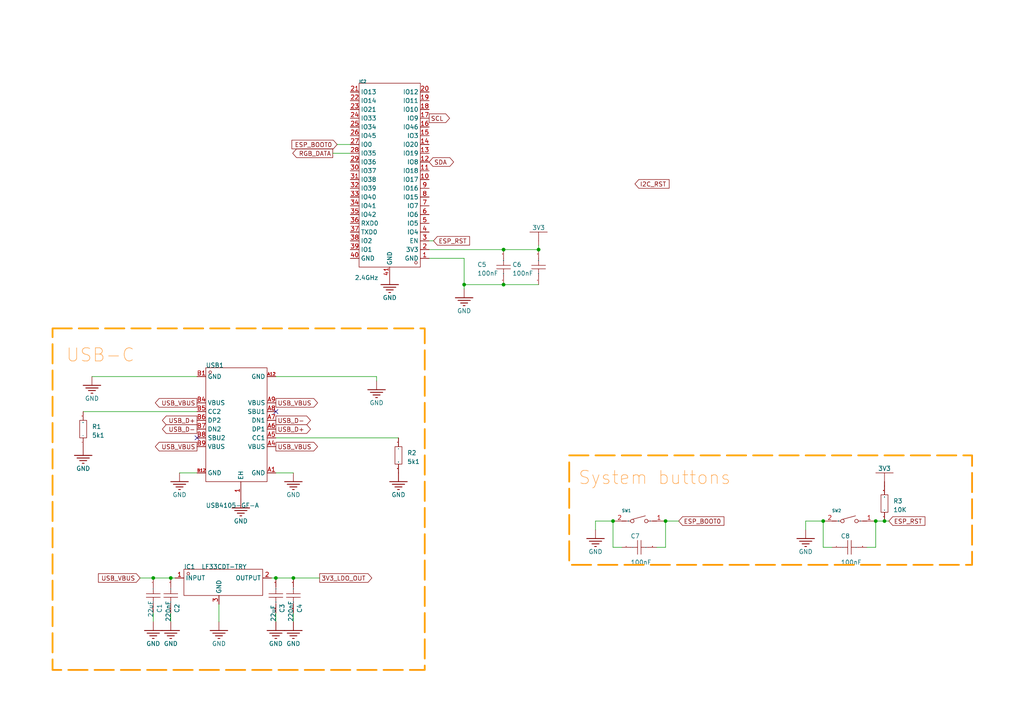
<source format=kicad_sch>
(kicad_sch
	(version 20231120)
	(generator "eeschema")
	(generator_version "8.0")
	(uuid "7dcbbf42-fcd7-476f-bd42-fe440ba75473")
	(paper "A4")
	(lib_symbols
		(symbol "Robot druh-easyedapro:CAP"
			(exclude_from_sim no)
			(in_bom yes)
			(on_board yes)
			(property "Reference" ""
				(at 0 0 0)
				(effects
					(font
						(size 1.27 1.27)
					)
				)
			)
			(property "Value" "100nF"
				(at 0 0 0)
				(effects
					(font
						(size 1.27 1.27)
					)
					(hide yes)
				)
			)
			(property "Footprint" "Robot druh-easyedapro:C0603"
				(at 0 0 0)
				(effects
					(font
						(size 1.27 1.27)
					)
					(hide yes)
				)
			)
			(property "Datasheet" ""
				(at 0 0 0)
				(effects
					(font
						(size 1.27 1.27)
					)
					(hide yes)
				)
			)
			(property "Description" ""
				(at 0 0 0)
				(effects
					(font
						(size 1.27 1.27)
					)
					(hide yes)
				)
			)
			(symbol "CAP_1_0"
				(polyline
					(pts
						(xy -2.54 0) (xy -0.508 0)
					)
					(stroke
						(width 0)
						(type default)
					)
					(fill
						(type none)
					)
				)
				(polyline
					(pts
						(xy -0.508 -2.032) (xy -0.508 2.032)
					)
					(stroke
						(width 0)
						(type default)
					)
					(fill
						(type none)
					)
				)
				(polyline
					(pts
						(xy 0.508 0) (xy 2.54 0)
					)
					(stroke
						(width 0)
						(type default)
					)
					(fill
						(type none)
					)
				)
				(polyline
					(pts
						(xy 0.508 2.032) (xy 0.508 -2.032)
					)
					(stroke
						(width 0)
						(type default)
					)
					(fill
						(type none)
					)
				)
				(pin input line
					(at 5.08 0 180)
					(length 2.54)
					(name "1"
						(effects
							(font
								(size 0.0254 0.0254)
							)
						)
					)
					(number "1"
						(effects
							(font
								(size 0.0254 0.0254)
							)
						)
					)
				)
				(pin input line
					(at -5.08 0 0)
					(length 2.54)
					(name "2"
						(effects
							(font
								(size 0.0254 0.0254)
							)
						)
					)
					(number "2"
						(effects
							(font
								(size 0.0254 0.0254)
							)
						)
					)
				)
			)
		)
		(symbol "Robot druh-easyedapro:ESP32-S2-SOLO-2-N4"
			(exclude_from_sim no)
			(in_bom yes)
			(on_board yes)
			(property "Reference" "U"
				(at 0 0 0)
				(effects
					(font
						(size 1.27 1.27)
					)
				)
			)
			(property "Value" "2.4GHz"
				(at 0 0 0)
				(effects
					(font
						(size 1.27 1.27)
					)
					(hide yes)
				)
			)
			(property "Footprint" "Robot druh-easyedapro:WIRELM-SMD_ESP32-S3-WROOM-1"
				(at 0 0 0)
				(effects
					(font
						(size 1.27 1.27)
					)
					(hide yes)
				)
			)
			(property "Datasheet" "https://atta.szlcsc.com/upload/public/pdf/source/20220829/68E69EF550BFD22B9418B9E05FF4E453.pdf"
				(at 0 0 0)
				(effects
					(font
						(size 1.27 1.27)
					)
					(hide yes)
				)
			)
			(property "Description" "Core Processor:ESP32-S2芯片 Support Interface:I2C；GPIO；SPI；PWM；ADC；UART；USB；I2S Frequency:2.4GHz Output Power:19.5dBm Output Power:19.5dBm"
				(at 0 0 0)
				(effects
					(font
						(size 1.27 1.27)
					)
					(hide yes)
				)
			)
			(property "Manufacturer Part" "ESP32-S2-SOLO-2-N4"
				(at 0 0 0)
				(effects
					(font
						(size 1.27 1.27)
					)
					(hide yes)
				)
			)
			(property "Manufacturer" "ESPRESSIF(乐鑫)"
				(at 0 0 0)
				(effects
					(font
						(size 1.27 1.27)
					)
					(hide yes)
				)
			)
			(property "Supplier Part" "C3040594"
				(at 0 0 0)
				(effects
					(font
						(size 1.27 1.27)
					)
					(hide yes)
				)
			)
			(property "Supplier" "LCSC"
				(at 0 0 0)
				(effects
					(font
						(size 1.27 1.27)
					)
					(hide yes)
				)
			)
			(property "LCSC Part Name" "ESP32-S2-SOLO-2-N4"
				(at 0 0 0)
				(effects
					(font
						(size 1.27 1.27)
					)
					(hide yes)
				)
			)
			(symbol "ESP32-S2-SOLO-2-N4_1_0"
				(rectangle
					(start -8.89 -26.67)
					(end 8.89 26.67)
					(stroke
						(width 0)
						(type default)
					)
					(fill
						(type none)
					)
				)
				(circle
					(center -7.62 25.4)
					(radius 0.381)
					(stroke
						(width 0)
						(type default)
					)
					(fill
						(type none)
					)
				)
				(pin input line
					(at -11.43 24.13 0)
					(length 2.54)
					(name "GND"
						(effects
							(font
								(size 1.27 1.27)
							)
						)
					)
					(number "1"
						(effects
							(font
								(size 1.27 1.27)
							)
						)
					)
				)
				(pin input line
					(at -11.43 1.27 0)
					(length 2.54)
					(name "IO17"
						(effects
							(font
								(size 1.27 1.27)
							)
						)
					)
					(number "10"
						(effects
							(font
								(size 1.27 1.27)
							)
						)
					)
				)
				(pin input line
					(at -11.43 -1.27 0)
					(length 2.54)
					(name "IO18"
						(effects
							(font
								(size 1.27 1.27)
							)
						)
					)
					(number "11"
						(effects
							(font
								(size 1.27 1.27)
							)
						)
					)
				)
				(pin input line
					(at -11.43 -3.81 0)
					(length 2.54)
					(name "IO8"
						(effects
							(font
								(size 1.27 1.27)
							)
						)
					)
					(number "12"
						(effects
							(font
								(size 1.27 1.27)
							)
						)
					)
				)
				(pin input line
					(at -11.43 -6.35 0)
					(length 2.54)
					(name "IO19"
						(effects
							(font
								(size 1.27 1.27)
							)
						)
					)
					(number "13"
						(effects
							(font
								(size 1.27 1.27)
							)
						)
					)
				)
				(pin input line
					(at -11.43 -8.89 0)
					(length 2.54)
					(name "IO20"
						(effects
							(font
								(size 1.27 1.27)
							)
						)
					)
					(number "14"
						(effects
							(font
								(size 1.27 1.27)
							)
						)
					)
				)
				(pin input line
					(at -11.43 -11.43 0)
					(length 2.54)
					(name "IO3"
						(effects
							(font
								(size 1.27 1.27)
							)
						)
					)
					(number "15"
						(effects
							(font
								(size 1.27 1.27)
							)
						)
					)
				)
				(pin input line
					(at -11.43 -13.97 0)
					(length 2.54)
					(name "IO46"
						(effects
							(font
								(size 1.27 1.27)
							)
						)
					)
					(number "16"
						(effects
							(font
								(size 1.27 1.27)
							)
						)
					)
				)
				(pin input line
					(at -11.43 -16.51 0)
					(length 2.54)
					(name "IO9"
						(effects
							(font
								(size 1.27 1.27)
							)
						)
					)
					(number "17"
						(effects
							(font
								(size 1.27 1.27)
							)
						)
					)
				)
				(pin input line
					(at -11.43 -19.05 0)
					(length 2.54)
					(name "IO10"
						(effects
							(font
								(size 1.27 1.27)
							)
						)
					)
					(number "18"
						(effects
							(font
								(size 1.27 1.27)
							)
						)
					)
				)
				(pin input line
					(at -11.43 -21.59 0)
					(length 2.54)
					(name "IO11"
						(effects
							(font
								(size 1.27 1.27)
							)
						)
					)
					(number "19"
						(effects
							(font
								(size 1.27 1.27)
							)
						)
					)
				)
				(pin input line
					(at -11.43 21.59 0)
					(length 2.54)
					(name "3V3"
						(effects
							(font
								(size 1.27 1.27)
							)
						)
					)
					(number "2"
						(effects
							(font
								(size 1.27 1.27)
							)
						)
					)
				)
				(pin input line
					(at -11.43 -24.13 0)
					(length 2.54)
					(name "IO12"
						(effects
							(font
								(size 1.27 1.27)
							)
						)
					)
					(number "20"
						(effects
							(font
								(size 1.27 1.27)
							)
						)
					)
				)
				(pin input line
					(at 11.43 -24.13 180)
					(length 2.54)
					(name "IO13"
						(effects
							(font
								(size 1.27 1.27)
							)
						)
					)
					(number "21"
						(effects
							(font
								(size 1.27 1.27)
							)
						)
					)
				)
				(pin input line
					(at 11.43 -21.59 180)
					(length 2.54)
					(name "IO14"
						(effects
							(font
								(size 1.27 1.27)
							)
						)
					)
					(number "22"
						(effects
							(font
								(size 1.27 1.27)
							)
						)
					)
				)
				(pin input line
					(at 11.43 -19.05 180)
					(length 2.54)
					(name "IO21"
						(effects
							(font
								(size 1.27 1.27)
							)
						)
					)
					(number "23"
						(effects
							(font
								(size 1.27 1.27)
							)
						)
					)
				)
				(pin input line
					(at 11.43 -16.51 180)
					(length 2.54)
					(name "IO33"
						(effects
							(font
								(size 1.27 1.27)
							)
						)
					)
					(number "24"
						(effects
							(font
								(size 1.27 1.27)
							)
						)
					)
				)
				(pin input line
					(at 11.43 -13.97 180)
					(length 2.54)
					(name "IO34"
						(effects
							(font
								(size 1.27 1.27)
							)
						)
					)
					(number "25"
						(effects
							(font
								(size 1.27 1.27)
							)
						)
					)
				)
				(pin input line
					(at 11.43 -11.43 180)
					(length 2.54)
					(name "IO45"
						(effects
							(font
								(size 1.27 1.27)
							)
						)
					)
					(number "26"
						(effects
							(font
								(size 1.27 1.27)
							)
						)
					)
				)
				(pin input line
					(at 11.43 -8.89 180)
					(length 2.54)
					(name "IO0"
						(effects
							(font
								(size 1.27 1.27)
							)
						)
					)
					(number "27"
						(effects
							(font
								(size 1.27 1.27)
							)
						)
					)
				)
				(pin input line
					(at 11.43 -6.35 180)
					(length 2.54)
					(name "IO35"
						(effects
							(font
								(size 1.27 1.27)
							)
						)
					)
					(number "28"
						(effects
							(font
								(size 1.27 1.27)
							)
						)
					)
				)
				(pin input line
					(at 11.43 -3.81 180)
					(length 2.54)
					(name "IO36"
						(effects
							(font
								(size 1.27 1.27)
							)
						)
					)
					(number "29"
						(effects
							(font
								(size 1.27 1.27)
							)
						)
					)
				)
				(pin input line
					(at -11.43 19.05 0)
					(length 2.54)
					(name "EN"
						(effects
							(font
								(size 1.27 1.27)
							)
						)
					)
					(number "3"
						(effects
							(font
								(size 1.27 1.27)
							)
						)
					)
				)
				(pin input line
					(at 11.43 -1.27 180)
					(length 2.54)
					(name "IO37"
						(effects
							(font
								(size 1.27 1.27)
							)
						)
					)
					(number "30"
						(effects
							(font
								(size 1.27 1.27)
							)
						)
					)
				)
				(pin input line
					(at 11.43 1.27 180)
					(length 2.54)
					(name "IO38"
						(effects
							(font
								(size 1.27 1.27)
							)
						)
					)
					(number "31"
						(effects
							(font
								(size 1.27 1.27)
							)
						)
					)
				)
				(pin input line
					(at 11.43 3.81 180)
					(length 2.54)
					(name "IO39"
						(effects
							(font
								(size 1.27 1.27)
							)
						)
					)
					(number "32"
						(effects
							(font
								(size 1.27 1.27)
							)
						)
					)
				)
				(pin input line
					(at 11.43 6.35 180)
					(length 2.54)
					(name "IO40"
						(effects
							(font
								(size 1.27 1.27)
							)
						)
					)
					(number "33"
						(effects
							(font
								(size 1.27 1.27)
							)
						)
					)
				)
				(pin input line
					(at 11.43 8.89 180)
					(length 2.54)
					(name "IO41"
						(effects
							(font
								(size 1.27 1.27)
							)
						)
					)
					(number "34"
						(effects
							(font
								(size 1.27 1.27)
							)
						)
					)
				)
				(pin input line
					(at 11.43 11.43 180)
					(length 2.54)
					(name "IO42"
						(effects
							(font
								(size 1.27 1.27)
							)
						)
					)
					(number "35"
						(effects
							(font
								(size 1.27 1.27)
							)
						)
					)
				)
				(pin input line
					(at 11.43 13.97 180)
					(length 2.54)
					(name "RXD0"
						(effects
							(font
								(size 1.27 1.27)
							)
						)
					)
					(number "36"
						(effects
							(font
								(size 1.27 1.27)
							)
						)
					)
				)
				(pin input line
					(at 11.43 16.51 180)
					(length 2.54)
					(name "TXD0"
						(effects
							(font
								(size 1.27 1.27)
							)
						)
					)
					(number "37"
						(effects
							(font
								(size 1.27 1.27)
							)
						)
					)
				)
				(pin input line
					(at 11.43 19.05 180)
					(length 2.54)
					(name "IO2"
						(effects
							(font
								(size 1.27 1.27)
							)
						)
					)
					(number "38"
						(effects
							(font
								(size 1.27 1.27)
							)
						)
					)
				)
				(pin input line
					(at 11.43 21.59 180)
					(length 2.54)
					(name "IO1"
						(effects
							(font
								(size 1.27 1.27)
							)
						)
					)
					(number "39"
						(effects
							(font
								(size 1.27 1.27)
							)
						)
					)
				)
				(pin input line
					(at -11.43 16.51 0)
					(length 2.54)
					(name "IO4"
						(effects
							(font
								(size 1.27 1.27)
							)
						)
					)
					(number "4"
						(effects
							(font
								(size 1.27 1.27)
							)
						)
					)
				)
				(pin input line
					(at 11.43 24.13 180)
					(length 2.54)
					(name "GND"
						(effects
							(font
								(size 1.27 1.27)
							)
						)
					)
					(number "40"
						(effects
							(font
								(size 1.27 1.27)
							)
						)
					)
				)
				(pin input line
					(at 0 29.21 270)
					(length 2.54)
					(name "GND"
						(effects
							(font
								(size 1.27 1.27)
							)
						)
					)
					(number "41"
						(effects
							(font
								(size 1.27 1.27)
							)
						)
					)
				)
				(pin input line
					(at -11.43 13.97 0)
					(length 2.54)
					(name "IO5"
						(effects
							(font
								(size 1.27 1.27)
							)
						)
					)
					(number "5"
						(effects
							(font
								(size 1.27 1.27)
							)
						)
					)
				)
				(pin input line
					(at -11.43 11.43 0)
					(length 2.54)
					(name "IO6"
						(effects
							(font
								(size 1.27 1.27)
							)
						)
					)
					(number "6"
						(effects
							(font
								(size 1.27 1.27)
							)
						)
					)
				)
				(pin input line
					(at -11.43 8.89 0)
					(length 2.54)
					(name "IO7"
						(effects
							(font
								(size 1.27 1.27)
							)
						)
					)
					(number "7"
						(effects
							(font
								(size 1.27 1.27)
							)
						)
					)
				)
				(pin input line
					(at -11.43 6.35 0)
					(length 2.54)
					(name "IO15"
						(effects
							(font
								(size 1.27 1.27)
							)
						)
					)
					(number "8"
						(effects
							(font
								(size 1.27 1.27)
							)
						)
					)
				)
				(pin input line
					(at -11.43 3.81 0)
					(length 2.54)
					(name "IO16"
						(effects
							(font
								(size 1.27 1.27)
							)
						)
					)
					(number "9"
						(effects
							(font
								(size 1.27 1.27)
							)
						)
					)
				)
			)
		)
		(symbol "Robot druh-easyedapro:Ground-GND"
			(power)
			(pin_numbers hide)
			(pin_names hide)
			(exclude_from_sim no)
			(in_bom yes)
			(on_board yes)
			(property "Reference" "#PWR"
				(at 0 0 0)
				(effects
					(font
						(size 1.27 1.27)
					)
					(hide yes)
				)
			)
			(property "Value" "GND"
				(at 0 -6.35 0)
				(effects
					(font
						(size 1.27 1.27)
					)
				)
			)
			(property "Footprint" "Robot druh-easyedapro:"
				(at 0 0 0)
				(effects
					(font
						(size 1.27 1.27)
					)
					(hide yes)
				)
			)
			(property "Datasheet" ""
				(at 0 0 0)
				(effects
					(font
						(size 1.27 1.27)
					)
					(hide yes)
				)
			)
			(property "Description" ""
				(at 0 0 0)
				(effects
					(font
						(size 1.27 1.27)
					)
					(hide yes)
				)
			)
			(symbol "Ground-GND_1_0"
				(polyline
					(pts
						(xy -2.54 -2.54) (xy 2.54 -2.54)
					)
					(stroke
						(width 0.254)
						(type default)
					)
					(fill
						(type none)
					)
				)
				(polyline
					(pts
						(xy -1.778 -3.302) (xy 1.778 -3.302)
					)
					(stroke
						(width 0.254)
						(type default)
					)
					(fill
						(type none)
					)
				)
				(polyline
					(pts
						(xy -1.016 -4.064) (xy 1.016 -4.064)
					)
					(stroke
						(width 0.254)
						(type default)
					)
					(fill
						(type none)
					)
				)
				(polyline
					(pts
						(xy -0.254 -4.826) (xy 0.254 -4.826)
					)
					(stroke
						(width 0.254)
						(type default)
					)
					(fill
						(type none)
					)
				)
				(pin power_in line
					(at 0 0 270)
					(length 2.54)
					(name ""
						(effects
							(font
								(size 1.27 1.27)
							)
						)
					)
					(number "1"
						(effects
							(font
								(size 0.0254 0.0254)
							)
						)
					)
				)
			)
		)
		(symbol "Robot druh-easyedapro:LF33CDT-TRY"
			(exclude_from_sim no)
			(in_bom yes)
			(on_board yes)
			(property "Reference" "U"
				(at 0 0 0)
				(effects
					(font
						(size 1.27 1.27)
					)
				)
			)
			(property "Value" ""
				(at 0 0 0)
				(effects
					(font
						(size 1.27 1.27)
					)
				)
			)
			(property "Footprint" "Robot druh-easyedapro:TO-252-3_L6.6-W6.1-P4.56-LS9.9-TL"
				(at 0 0 0)
				(effects
					(font
						(size 1.27 1.27)
					)
					(hide yes)
				)
			)
			(property "Datasheet" "https://atta.szlcsc.com/upload/public/pdf/source/20191009/C435902_65B3AAB3204119845CFC8A7586266A6B.pdf"
				(at 0 0 0)
				(effects
					(font
						(size 1.27 1.27)
					)
					(hide yes)
				)
			)
			(property "Description" "Output Type:固定 Maximum Input Voltage:16V Output Voltage:3.3V Output Voltage:3.3V MAX Output Current:500mA Dropout Voltage:1.3V@(500mA) standby current:2mA Operating Temperature:-40°C~+125°C Operating Temperature:-40°C~+125°C Output Polarity:Positive electrode"
				(at 0 0 0)
				(effects
					(font
						(size 1.27 1.27)
					)
					(hide yes)
				)
			)
			(property "Manufacturer Part" "LF33CDT-TRY"
				(at 0 0 0)
				(effects
					(font
						(size 1.27 1.27)
					)
					(hide yes)
				)
			)
			(property "Manufacturer" "ST(意法半导体)"
				(at 0 0 0)
				(effects
					(font
						(size 1.27 1.27)
					)
					(hide yes)
				)
			)
			(property "Supplier Part" "C2970332"
				(at 0 0 0)
				(effects
					(font
						(size 1.27 1.27)
					)
					(hide yes)
				)
			)
			(property "Supplier" "LCSC"
				(at 0 0 0)
				(effects
					(font
						(size 1.27 1.27)
					)
					(hide yes)
				)
			)
			(property "LCSC Part Name" "LF33CDT-TRY"
				(at 0 0 0)
				(effects
					(font
						(size 1.27 1.27)
					)
					(hide yes)
				)
			)
			(symbol "LF33CDT-TRY_1_0"
				(rectangle
					(start -10.16 -5.08)
					(end 12.7 2.54)
					(stroke
						(width 0)
						(type default)
					)
					(fill
						(type none)
					)
				)
				(circle
					(center -8.89 1.27)
					(radius 0.381)
					(stroke
						(width 0)
						(type default)
					)
					(fill
						(type none)
					)
				)
				(pin input line
					(at -12.7 0 0)
					(length 2.54)
					(name "INPUT"
						(effects
							(font
								(size 1.27 1.27)
							)
						)
					)
					(number "1"
						(effects
							(font
								(size 1.27 1.27)
							)
						)
					)
				)
				(pin input line
					(at 15.24 0 180)
					(length 2.54)
					(name "OUTPUT"
						(effects
							(font
								(size 1.27 1.27)
							)
						)
					)
					(number "2"
						(effects
							(font
								(size 1.27 1.27)
							)
						)
					)
				)
				(pin input line
					(at 0 -7.62 90)
					(length 2.54)
					(name "GND"
						(effects
							(font
								(size 1.27 1.27)
							)
						)
					)
					(number "3"
						(effects
							(font
								(size 1.27 1.27)
							)
						)
					)
				)
			)
		)
		(symbol "Robot druh-easyedapro:Power-VCC"
			(power)
			(pin_numbers hide)
			(pin_names hide)
			(exclude_from_sim no)
			(in_bom yes)
			(on_board yes)
			(property "Reference" "#PWR"
				(at 0 0 0)
				(effects
					(font
						(size 1.27 1.27)
					)
					(hide yes)
				)
			)
			(property "Value" "VCC"
				(at 0 5.08 0)
				(effects
					(font
						(size 1.27 1.27)
					)
				)
			)
			(property "Footprint" "Robot druh-easyedapro:"
				(at 0 0 0)
				(effects
					(font
						(size 1.27 1.27)
					)
					(hide yes)
				)
			)
			(property "Datasheet" ""
				(at 0 0 0)
				(effects
					(font
						(size 1.27 1.27)
					)
					(hide yes)
				)
			)
			(property "Description" ""
				(at 0 0 0)
				(effects
					(font
						(size 1.27 1.27)
					)
					(hide yes)
				)
			)
			(symbol "Power-VCC_1_0"
				(polyline
					(pts
						(xy -2.54 3.81) (xy 2.54 3.81)
					)
					(stroke
						(width 0)
						(type default)
					)
					(fill
						(type none)
					)
				)
				(polyline
					(pts
						(xy 0 3.81) (xy 0 1.27)
					)
					(stroke
						(width 0)
						(type default)
					)
					(fill
						(type none)
					)
				)
				(pin power_in line
					(at 0 0 90)
					(length 1.27)
					(name "3V3"
						(effects
							(font
								(size 1.27 1.27)
							)
						)
					)
					(number "1"
						(effects
							(font
								(size 0.0254 0.0254)
							)
						)
					)
				)
			)
		)
		(symbol "Robot druh-easyedapro:Res"
			(exclude_from_sim no)
			(in_bom yes)
			(on_board yes)
			(property "Reference" ""
				(at 0 0 0)
				(effects
					(font
						(size 1.27 1.27)
					)
				)
			)
			(property "Value" "10K"
				(at 0 0 0)
				(effects
					(font
						(size 1.27 1.27)
					)
					(hide yes)
				)
			)
			(property "Footprint" "Robot druh-easyedapro:R0603"
				(at 0 0 0)
				(effects
					(font
						(size 1.27 1.27)
					)
					(hide yes)
				)
			)
			(property "Datasheet" ""
				(at 0 0 0)
				(effects
					(font
						(size 1.27 1.27)
					)
					(hide yes)
				)
			)
			(property "Description" ""
				(at 0 0 0)
				(effects
					(font
						(size 1.27 1.27)
					)
					(hide yes)
				)
			)
			(symbol "Res_1_0"
				(rectangle
					(start -2.54 1.016)
					(end 2.54 -1.016)
					(stroke
						(width 0)
						(type default)
					)
					(fill
						(type none)
					)
				)
				(pin input line
					(at -5.08 0 0)
					(length 2.54)
					(name "1"
						(effects
							(font
								(size 0.0254 0.0254)
							)
						)
					)
					(number "1"
						(effects
							(font
								(size 0.0254 0.0254)
							)
						)
					)
				)
				(pin input line
					(at 5.08 0 180)
					(length 2.54)
					(name "2"
						(effects
							(font
								(size 0.0254 0.0254)
							)
						)
					)
					(number "2"
						(effects
							(font
								(size 0.0254 0.0254)
							)
						)
					)
				)
			)
		)
		(symbol "Robot druh-easyedapro:TS3625A-HT"
			(exclude_from_sim no)
			(in_bom yes)
			(on_board yes)
			(property "Reference" "SW"
				(at 0 0 0)
				(effects
					(font
						(size 1.27 1.27)
					)
				)
			)
			(property "Value" ""
				(at 0 0 0)
				(effects
					(font
						(size 1.27 1.27)
					)
				)
			)
			(property "Footprint" "Robot druh-easyedapro:SW-SMD_L6.1-W3.7-LS7.9"
				(at 0 0 0)
				(effects
					(font
						(size 1.27 1.27)
					)
					(hide yes)
				)
			)
			(property "Datasheet" "https://atta.szlcsc.com/upload/public/pdf/source/20190816/C412368_ED995B38C5F41C525244887EA1991E6A.pdf"
				(at 0 0 0)
				(effects
					(font
						(size 1.27 1.27)
					)
					(hide yes)
				)
			)
			(property "Description" "Circuit:SPST Actuator Style:Rectangle button Operating Force:250gf Mounting Style:Brick nogging Switch Length:6.1mm Switch Width:3.65mm Switch Height:2.5mm Contact Current:50mA Voltage Rating (DC):36V With Lamp:- Mechanical Life:-"
				(at 0 0 0)
				(effects
					(font
						(size 1.27 1.27)
					)
					(hide yes)
				)
			)
			(property "Manufacturer Part" "TS3625A-HT"
				(at 0 0 0)
				(effects
					(font
						(size 1.27 1.27)
					)
					(hide yes)
				)
			)
			(property "Manufacturer" "SHOU HAN(首韩)"
				(at 0 0 0)
				(effects
					(font
						(size 1.27 1.27)
					)
					(hide yes)
				)
			)
			(property "Supplier Part" "C412368"
				(at 0 0 0)
				(effects
					(font
						(size 1.27 1.27)
					)
					(hide yes)
				)
			)
			(property "Supplier" "LCSC"
				(at 0 0 0)
				(effects
					(font
						(size 1.27 1.27)
					)
					(hide yes)
				)
			)
			(property "LCSC Part Name" "6.1*3.65*2.5mm 立贴 轻触开关"
				(at 0 0 0)
				(effects
					(font
						(size 1.27 1.27)
					)
					(hide yes)
				)
			)
			(symbol "TS3625A-HT_1_0"
				(circle
					(center -2.032 0)
					(radius 0.508)
					(stroke
						(width 0)
						(type default)
					)
					(fill
						(type none)
					)
				)
				(polyline
					(pts
						(xy -5.08 0) (xy -2.54 0)
					)
					(stroke
						(width 0)
						(type default)
					)
					(fill
						(type none)
					)
				)
				(polyline
					(pts
						(xy -2.032 0.508) (xy 1.778 1.524)
					)
					(stroke
						(width 0)
						(type default)
					)
					(fill
						(type none)
					)
				)
				(polyline
					(pts
						(xy 5.08 0) (xy 2.54 0)
					)
					(stroke
						(width 0)
						(type default)
					)
					(fill
						(type none)
					)
				)
				(circle
					(center 2.032 0)
					(radius 0.508)
					(stroke
						(width 0)
						(type default)
					)
					(fill
						(type none)
					)
				)
				(pin input line
					(at 7.62 0 180)
					(length 3.81)
					(name "A"
						(effects
							(font
								(size 0.0254 0.0254)
							)
						)
					)
					(number "1"
						(effects
							(font
								(size 1.27 1.27)
							)
						)
					)
				)
				(pin input line
					(at -7.62 0 0)
					(length 3.81)
					(name "B"
						(effects
							(font
								(size 0.0254 0.0254)
							)
						)
					)
					(number "2"
						(effects
							(font
								(size 1.27 1.27)
							)
						)
					)
				)
			)
		)
		(symbol "Robot druh-easyedapro:USB4105-GF-A"
			(exclude_from_sim no)
			(in_bom yes)
			(on_board yes)
			(property "Reference" "USB"
				(at 0 0 0)
				(effects
					(font
						(size 1.27 1.27)
					)
				)
			)
			(property "Value" ""
				(at 0 0 0)
				(effects
					(font
						(size 1.27 1.27)
					)
				)
			)
			(property "Footprint" "Robot druh-easyedapro:TYPE-C-SMD_SBC-160S1A-20-S412"
				(at 0 0 0)
				(effects
					(font
						(size 1.27 1.27)
					)
					(hide yes)
				)
			)
			(property "Datasheet" "https://atta.szlcsc.com/upload/public/pdf/source/20220520/320CE7E4F2C5E8A05ADD2DAC45B818D3.pdf"
				(at 0 0 0)
				(effects
					(font
						(size 1.27 1.27)
					)
					(hide yes)
				)
			)
			(property "Description" ""
				(at 0 0 0)
				(effects
					(font
						(size 1.27 1.27)
					)
					(hide yes)
				)
			)
			(property "Manufacturer Part" "USB4105-GF-A"
				(at 0 0 0)
				(effects
					(font
						(size 1.27 1.27)
					)
					(hide yes)
				)
			)
			(property "Manufacturer" "GCT"
				(at 0 0 0)
				(effects
					(font
						(size 1.27 1.27)
					)
					(hide yes)
				)
			)
			(property "Supplier Part" "C3020560"
				(at 0 0 0)
				(effects
					(font
						(size 1.27 1.27)
					)
					(hide yes)
				)
			)
			(property "Supplier" "LCSC"
				(at 0 0 0)
				(effects
					(font
						(size 1.27 1.27)
					)
					(hide yes)
				)
			)
			(property "LCSC Part Name" "USB4105-GF-A"
				(at 0 0 0)
				(effects
					(font
						(size 1.27 1.27)
					)
					(hide yes)
				)
			)
			(symbol "USB4105-GF-A_1_0"
				(rectangle
					(start -10.16 -12.7)
					(end 7.62 20.32)
					(stroke
						(width 0)
						(type default)
					)
					(fill
						(type none)
					)
				)
				(circle
					(center -8.89 19.05)
					(radius 0.381)
					(stroke
						(width 0)
						(type default)
					)
					(fill
						(type none)
					)
				)
				(pin unspecified line
					(at 0 -17.78 90)
					(length 5.08)
					(name "EH"
						(effects
							(font
								(size 1.27 1.27)
							)
						)
					)
					(number "1"
						(effects
							(font
								(size 1.27 1.27)
							)
						)
					)
				)
				(pin unspecified line
					(at 10.16 -10.16 180)
					(length 2.54)
					(name "GND"
						(effects
							(font
								(size 1.27 1.27)
							)
						)
					)
					(number "A1"
						(effects
							(font
								(size 1.27 1.27)
							)
						)
					)
				)
				(pin unspecified line
					(at 10.16 17.78 180)
					(length 2.54)
					(name "GND"
						(effects
							(font
								(size 1.27 1.27)
							)
						)
					)
					(number "A12"
						(effects
							(font
								(size 0.8466 0.8466)
							)
						)
					)
				)
				(pin unspecified line
					(at 10.16 -2.54 180)
					(length 2.54)
					(name "VBUS"
						(effects
							(font
								(size 1.27 1.27)
							)
						)
					)
					(number "A4"
						(effects
							(font
								(size 1.27 1.27)
							)
						)
					)
				)
				(pin unspecified line
					(at 10.16 0 180)
					(length 2.54)
					(name "CC1"
						(effects
							(font
								(size 1.27 1.27)
							)
						)
					)
					(number "A5"
						(effects
							(font
								(size 1.27 1.27)
							)
						)
					)
				)
				(pin unspecified line
					(at 10.16 2.54 180)
					(length 2.54)
					(name "DP1"
						(effects
							(font
								(size 1.27 1.27)
							)
						)
					)
					(number "A6"
						(effects
							(font
								(size 1.27 1.27)
							)
						)
					)
				)
				(pin unspecified line
					(at 10.16 5.08 180)
					(length 2.54)
					(name "DN1"
						(effects
							(font
								(size 1.27 1.27)
							)
						)
					)
					(number "A7"
						(effects
							(font
								(size 1.27 1.27)
							)
						)
					)
				)
				(pin unspecified line
					(at 10.16 7.62 180)
					(length 2.54)
					(name "SBU1"
						(effects
							(font
								(size 1.27 1.27)
							)
						)
					)
					(number "A8"
						(effects
							(font
								(size 1.27 1.27)
							)
						)
					)
				)
				(pin unspecified line
					(at 10.16 10.16 180)
					(length 2.54)
					(name "VBUS"
						(effects
							(font
								(size 1.27 1.27)
							)
						)
					)
					(number "A9"
						(effects
							(font
								(size 1.27 1.27)
							)
						)
					)
				)
				(pin unspecified line
					(at -12.7 17.78 0)
					(length 2.54)
					(name "GND"
						(effects
							(font
								(size 1.27 1.27)
							)
						)
					)
					(number "B1"
						(effects
							(font
								(size 1.27 1.27)
							)
						)
					)
				)
				(pin unspecified line
					(at -12.7 -10.16 0)
					(length 2.54)
					(name "GND"
						(effects
							(font
								(size 1.27 1.27)
							)
						)
					)
					(number "B12"
						(effects
							(font
								(size 0.8466 0.8466)
							)
						)
					)
				)
				(pin unspecified line
					(at -12.7 10.16 0)
					(length 2.54)
					(name "VBUS"
						(effects
							(font
								(size 1.27 1.27)
							)
						)
					)
					(number "B4"
						(effects
							(font
								(size 1.27 1.27)
							)
						)
					)
				)
				(pin unspecified line
					(at -12.7 7.62 0)
					(length 2.54)
					(name "CC2"
						(effects
							(font
								(size 1.27 1.27)
							)
						)
					)
					(number "B5"
						(effects
							(font
								(size 1.27 1.27)
							)
						)
					)
				)
				(pin unspecified line
					(at -12.7 5.08 0)
					(length 2.54)
					(name "DP2"
						(effects
							(font
								(size 1.27 1.27)
							)
						)
					)
					(number "B6"
						(effects
							(font
								(size 1.27 1.27)
							)
						)
					)
				)
				(pin unspecified line
					(at -12.7 2.54 0)
					(length 2.54)
					(name "DN2"
						(effects
							(font
								(size 1.27 1.27)
							)
						)
					)
					(number "B7"
						(effects
							(font
								(size 1.27 1.27)
							)
						)
					)
				)
				(pin unspecified line
					(at -12.7 0 0)
					(length 2.54)
					(name "SBU2"
						(effects
							(font
								(size 1.27 1.27)
							)
						)
					)
					(number "B8"
						(effects
							(font
								(size 1.27 1.27)
							)
						)
					)
				)
				(pin unspecified line
					(at -12.7 -2.54 0)
					(length 2.54)
					(name "VBUS"
						(effects
							(font
								(size 1.27 1.27)
							)
						)
					)
					(number "B9"
						(effects
							(font
								(size 1.27 1.27)
							)
						)
					)
				)
			)
		)
	)
	(junction
		(at 44.45 167.64)
		(diameter 0)
		(color 0 0 0 0)
		(uuid "0072e93f-4167-4538-bfac-ffd4ce47bf2a")
	)
	(junction
		(at 177.8 151.13)
		(diameter 0)
		(color 0 0 0 0)
		(uuid "227f0a0f-30ee-4eae-9df3-5a3b10685d9e")
	)
	(junction
		(at 85.09 167.64)
		(diameter 0)
		(color 0 0 0 0)
		(uuid "25550e81-f2fe-4a94-af63-a02530120d17")
	)
	(junction
		(at 146.05 82.55)
		(diameter 0)
		(color 0 0 0 0)
		(uuid "25bff69d-085a-4955-bcf5-5536eed51330")
	)
	(junction
		(at 80.01 167.64)
		(diameter 0)
		(color 0 0 0 0)
		(uuid "2a2a6e76-5ce7-46dd-90c6-e3cfae1bbc81")
	)
	(junction
		(at 193.04 151.13)
		(diameter 0)
		(color 0 0 0 0)
		(uuid "2e0362ca-69ba-498b-a136-13b1d6555b18")
	)
	(junction
		(at 256.54 151.13)
		(diameter 0)
		(color 0 0 0 0)
		(uuid "643a3e48-1db9-4f3f-8523-32bf9c0bb295")
	)
	(junction
		(at 146.05 72.39)
		(diameter 0)
		(color 0 0 0 0)
		(uuid "91acaf65-af79-4e05-b8c3-510f42b7936b")
	)
	(junction
		(at 134.62 82.55)
		(diameter 0)
		(color 0 0 0 0)
		(uuid "9b885d14-6005-4eba-af9d-2b51707fde3b")
	)
	(junction
		(at 156.21 72.39)
		(diameter 0)
		(color 0 0 0 0)
		(uuid "9ba076f4-e0eb-48ba-80d1-a627294d409c")
	)
	(junction
		(at 238.76 151.13)
		(diameter 0)
		(color 0 0 0 0)
		(uuid "b8da1c5f-7853-40c5-967c-ba1d99435c4e")
	)
	(junction
		(at 254 151.13)
		(diameter 0)
		(color 0 0 0 0)
		(uuid "f626f126-aa0a-424d-bbc3-9aad4a6f6647")
	)
	(junction
		(at 49.53 167.64)
		(diameter 0)
		(color 0 0 0 0)
		(uuid "fb8987a7-c36a-49b4-a6fe-e6639e56c5bd")
	)
	(no_connect
		(at 57.15 127)
		(uuid "6dfdd09d-4c37-44cd-b03a-d646d62fab97")
	)
	(no_connect
		(at 80.01 119.38)
		(uuid "af4ef97a-6319-42a3-b6cf-79746a5a5e82")
	)
	(wire
		(pts
			(xy 85.09 177.8) (xy 85.09 180.34)
		)
		(stroke
			(width 0)
			(type default)
		)
		(uuid "069ad029-aff4-4cef-a2ad-3664c734baee")
	)
	(wire
		(pts
			(xy 57.15 109.22) (xy 26.67 109.22)
		)
		(stroke
			(width 0)
			(type default)
		)
		(uuid "0b599885-9b5a-4e9f-8b82-9e6f9fb506f2")
	)
	(wire
		(pts
			(xy 80.01 177.8) (xy 80.01 180.34)
		)
		(stroke
			(width 0)
			(type default)
		)
		(uuid "0c00766c-36de-40fd-b7e1-adc39649e5bf")
	)
	(wire
		(pts
			(xy 115.57 127) (xy 80.01 127)
		)
		(stroke
			(width 0)
			(type default)
		)
		(uuid "18719cdd-8b5e-4072-9072-43d00a5af43b")
	)
	(wire
		(pts
			(xy 256.54 151.13) (xy 257.81 151.13)
		)
		(stroke
			(width 0)
			(type default)
		)
		(uuid "23c83634-6e9e-46e6-b38f-c995a2d966f2")
	)
	(wire
		(pts
			(xy 57.15 137.16) (xy 52.07 137.16)
		)
		(stroke
			(width 0)
			(type default)
		)
		(uuid "2a4d29e6-5e7f-4219-871b-288bebea9d66")
	)
	(wire
		(pts
			(xy 254 151.13) (xy 254 158.75)
		)
		(stroke
			(width 0)
			(type default)
		)
		(uuid "2e73426c-bccb-42a0-9a16-b311c28f3a32")
	)
	(wire
		(pts
			(xy 24.13 119.38) (xy 57.15 119.38)
		)
		(stroke
			(width 0)
			(type default)
		)
		(uuid "30c838e9-e930-423b-beca-4a545df8785a")
	)
	(wire
		(pts
			(xy 156.21 82.55) (xy 146.05 82.55)
		)
		(stroke
			(width 0)
			(type default)
		)
		(uuid "34a2bfee-42ee-490b-90b7-ed0713260163")
	)
	(wire
		(pts
			(xy 134.62 82.55) (xy 134.62 74.93)
		)
		(stroke
			(width 0)
			(type default)
		)
		(uuid "36ba2260-1d2e-49e7-a59b-23bb8a767aa9")
	)
	(wire
		(pts
			(xy 49.53 177.8) (xy 49.53 180.34)
		)
		(stroke
			(width 0)
			(type default)
		)
		(uuid "52fe21b3-0e84-46ee-88c7-fcd22a0755f4")
	)
	(wire
		(pts
			(xy 238.76 151.13) (xy 238.76 158.75)
		)
		(stroke
			(width 0)
			(type default)
		)
		(uuid "54fc0c9c-eebe-40b7-89df-02973926b484")
	)
	(wire
		(pts
			(xy 80.01 109.22) (xy 109.22 109.22)
		)
		(stroke
			(width 0)
			(type default)
		)
		(uuid "608d24e5-1331-4c2c-aae1-7ef655e411b5")
	)
	(wire
		(pts
			(xy 96.52 44.45) (xy 101.6 44.45)
		)
		(stroke
			(width 0)
			(type default)
		)
		(uuid "640f40f8-9856-4599-be9e-310d408d574c")
	)
	(wire
		(pts
			(xy 109.22 109.22) (xy 109.22 110.49)
		)
		(stroke
			(width 0)
			(type default)
		)
		(uuid "675b7819-5a4a-4121-879c-ace1e3d8ba1f")
	)
	(wire
		(pts
			(xy 193.04 151.13) (xy 196.85 151.13)
		)
		(stroke
			(width 0)
			(type default)
		)
		(uuid "6e78815b-bb72-4ec7-bb86-7794eef59b57")
	)
	(wire
		(pts
			(xy 50.8 167.64) (xy 49.53 167.64)
		)
		(stroke
			(width 0)
			(type default)
		)
		(uuid "7113dda3-adfe-4dd5-9a0f-4689e5ad1e0d")
	)
	(wire
		(pts
			(xy 233.68 151.13) (xy 233.68 153.67)
		)
		(stroke
			(width 0)
			(type default)
		)
		(uuid "7571f914-0639-463a-8d8e-2ee09255576f")
	)
	(wire
		(pts
			(xy 254 151.13) (xy 256.54 151.13)
		)
		(stroke
			(width 0)
			(type default)
		)
		(uuid "7a3b4a96-1255-419d-8721-c4ef98b5ad50")
	)
	(wire
		(pts
			(xy 251.46 158.75) (xy 254 158.75)
		)
		(stroke
			(width 0)
			(type default)
		)
		(uuid "7a3d713f-98ff-476e-89d7-0dce5a1b32d8")
	)
	(wire
		(pts
			(xy 146.05 82.55) (xy 134.62 82.55)
		)
		(stroke
			(width 0)
			(type default)
		)
		(uuid "7c692207-ed50-4ad2-b0b0-b793eaf793b4")
	)
	(wire
		(pts
			(xy 124.46 74.93) (xy 134.62 74.93)
		)
		(stroke
			(width 0)
			(type default)
		)
		(uuid "95c0f1ed-8a91-4e96-bb0a-36fbdfb7265f")
	)
	(wire
		(pts
			(xy 80.01 167.64) (xy 85.09 167.64)
		)
		(stroke
			(width 0)
			(type default)
		)
		(uuid "967116a8-7ea0-47ca-bc2d-41b62b15de9a")
	)
	(wire
		(pts
			(xy 193.04 158.75) (xy 193.04 151.13)
		)
		(stroke
			(width 0)
			(type default)
		)
		(uuid "974f6661-f9c7-4c57-a4e3-c8950b8dc136")
	)
	(wire
		(pts
			(xy 238.76 151.13) (xy 233.68 151.13)
		)
		(stroke
			(width 0)
			(type default)
		)
		(uuid "9c091939-93c9-497e-a88e-e59cf225c0ba")
	)
	(wire
		(pts
			(xy 92.71 167.64) (xy 85.09 167.64)
		)
		(stroke
			(width 0)
			(type default)
		)
		(uuid "9efcba11-a6be-404c-b2b3-453f736a5f7a")
	)
	(wire
		(pts
			(xy 146.05 72.39) (xy 124.46 72.39)
		)
		(stroke
			(width 0)
			(type default)
		)
		(uuid "a498a657-8965-4e0d-b082-0741dd615835")
	)
	(wire
		(pts
			(xy 172.72 151.13) (xy 172.72 153.67)
		)
		(stroke
			(width 0)
			(type default)
		)
		(uuid "ad22456f-b5fe-435e-ac20-84b684e74a18")
	)
	(wire
		(pts
			(xy 190.5 158.75) (xy 193.04 158.75)
		)
		(stroke
			(width 0)
			(type default)
		)
		(uuid "bafd226a-17b0-48d7-b0ad-234335a7b1d2")
	)
	(wire
		(pts
			(xy 44.45 177.8) (xy 44.45 180.34)
		)
		(stroke
			(width 0)
			(type default)
		)
		(uuid "bda1787d-6da5-4ff1-a86b-07016108375c")
	)
	(wire
		(pts
			(xy 177.8 151.13) (xy 172.72 151.13)
		)
		(stroke
			(width 0)
			(type default)
		)
		(uuid "c1e4f44b-661c-47d7-b29f-14e35cfdd492")
	)
	(wire
		(pts
			(xy 134.62 83.82) (xy 134.62 82.55)
		)
		(stroke
			(width 0)
			(type default)
		)
		(uuid "c2067a1d-51c1-43d5-9e19-004528f78b01")
	)
	(wire
		(pts
			(xy 63.5 175.26) (xy 63.5 180.34)
		)
		(stroke
			(width 0)
			(type default)
		)
		(uuid "c6e555a9-2bec-4844-985b-9792b3546ada")
	)
	(wire
		(pts
			(xy 156.21 72.39) (xy 156.21 71.12)
		)
		(stroke
			(width 0)
			(type default)
		)
		(uuid "ca694351-4a86-46d8-abd3-9a4a9b065886")
	)
	(wire
		(pts
			(xy 80.01 137.16) (xy 85.09 137.16)
		)
		(stroke
			(width 0)
			(type default)
		)
		(uuid "da580ef6-212f-4127-9f31-2dd8b5fdb8a5")
	)
	(wire
		(pts
			(xy 241.3 158.75) (xy 238.76 158.75)
		)
		(stroke
			(width 0)
			(type default)
		)
		(uuid "ddda284f-4bc0-479e-9ada-68af01078028")
	)
	(wire
		(pts
			(xy 125.73 69.85) (xy 124.46 69.85)
		)
		(stroke
			(width 0)
			(type default)
		)
		(uuid "e09c7a7f-cdbd-4b08-bb5f-be02f98e8575")
	)
	(wire
		(pts
			(xy 40.64 167.64) (xy 44.45 167.64)
		)
		(stroke
			(width 0)
			(type default)
		)
		(uuid "e14a729e-e6b7-4d0b-94be-92ba0d743f27")
	)
	(wire
		(pts
			(xy 78.74 167.64) (xy 80.01 167.64)
		)
		(stroke
			(width 0)
			(type default)
		)
		(uuid "e97f8410-fc9d-4e53-ac9a-12dc9cd6cc7a")
	)
	(wire
		(pts
			(xy 44.45 167.64) (xy 49.53 167.64)
		)
		(stroke
			(width 0)
			(type default)
		)
		(uuid "f8a392d5-f944-4595-8166-b84e5fa9d17e")
	)
	(wire
		(pts
			(xy 156.21 72.39) (xy 146.05 72.39)
		)
		(stroke
			(width 0)
			(type default)
		)
		(uuid "f9ca722d-a1c9-4984-8627-8c04623e9318")
	)
	(wire
		(pts
			(xy 180.34 158.75) (xy 177.8 158.75)
		)
		(stroke
			(width 0)
			(type default)
		)
		(uuid "fd1f8efc-d15b-4f0e-830a-e3c8c5b35f52")
	)
	(wire
		(pts
			(xy 97.79 41.91) (xy 101.6 41.91)
		)
		(stroke
			(width 0)
			(type default)
		)
		(uuid "fd4076a2-483b-4c98-8a26-b21f4a9c9b76")
	)
	(wire
		(pts
			(xy 177.8 151.13) (xy 177.8 158.75)
		)
		(stroke
			(width 0)
			(type default)
		)
		(uuid "feecca09-daae-4b61-8051-49c2c4707719")
	)
	(rectangle
		(start 15.24 95.25)
		(end 123.19 194.31)
		(stroke
			(width 0.508)
			(type dash)
			(color 255 153 0 1)
		)
		(fill
			(type none)
		)
		(uuid c5b0b6f7-4ca5-4325-a223-ce768ffa2a74)
	)
	(rectangle
		(start 165.1 132.08)
		(end 281.94 163.83)
		(stroke
			(width 0.508)
			(type dash)
			(color 255 153 0 1)
		)
		(fill
			(type none)
		)
		(uuid d524aad4-e098-42f6-8233-0d9cc419d5b2)
	)
	(text "USB-C"
		(exclude_from_sim no)
		(at 19.05 105.41 0)
		(effects
			(font
				(size 3.81 3.81)
				(color 255 153 51 1)
			)
			(justify left bottom)
		)
		(uuid "2e3f4f54-01d7-441b-8d41-9b0750b40918")
	)
	(text "System buttons"
		(exclude_from_sim no)
		(at 167.64 140.97 0)
		(effects
			(font
				(size 3.81 3.81)
				(color 255 153 51 1)
			)
			(justify left bottom)
		)
		(uuid "6fadd03d-4c58-410e-952d-4816548095b8")
	)
	(global_label "USB_VBUS"
		(shape output)
		(at 80.01 129.54 0)
		(effects
			(font
				(size 1.27 1.27)
			)
			(justify left)
		)
		(uuid "051a820e-6342-43d0-afd5-050dabd5c658")
		(property "Intersheetrefs" "${INTERSHEET_REFS}"
			(at 80.01 129.54 0)
			(effects
				(font
					(size 1.27 1.27)
				)
				(hide yes)
			)
		)
	)
	(global_label "USB_D+"
		(shape output)
		(at 80.01 124.46 0)
		(effects
			(font
				(size 1.27 1.27)
			)
			(justify left)
		)
		(uuid "05a4366a-330e-4656-9554-b8578c9dfcd5")
		(property "Intersheetrefs" "${INTERSHEET_REFS}"
			(at 80.01 124.46 0)
			(effects
				(font
					(size 1.27 1.27)
				)
				(hide yes)
			)
		)
	)
	(global_label "SDA"
		(shape bidirectional)
		(at 124.46 46.99 0)
		(effects
			(font
				(size 1.27 1.27)
			)
			(justify left)
		)
		(uuid "1ad44ad4-1088-4946-9faf-d8aee1bda705")
		(property "Intersheetrefs" "${INTERSHEET_REFS}"
			(at 124.46 46.99 0)
			(effects
				(font
					(size 1.27 1.27)
				)
				(hide yes)
			)
		)
	)
	(global_label "USB_VBUS"
		(shape output)
		(at 80.01 116.84 0)
		(effects
			(font
				(size 1.27 1.27)
			)
			(justify left)
		)
		(uuid "1e785c3b-c64a-4fc0-9d67-9aedf383939a")
		(property "Intersheetrefs" "${INTERSHEET_REFS}"
			(at 80.01 116.84 0)
			(effects
				(font
					(size 1.27 1.27)
				)
				(hide yes)
			)
		)
	)
	(global_label "ESP_RST"
		(shape input)
		(at 257.81 151.13 0)
		(effects
			(font
				(size 1.27 1.27)
			)
			(justify left)
		)
		(uuid "5e10e31e-0468-4ca3-a3a5-6561f6e7c990")
		(property "Intersheetrefs" "${INTERSHEET_REFS}"
			(at 257.81 151.13 0)
			(effects
				(font
					(size 1.27 1.27)
				)
				(hide yes)
			)
		)
	)
	(global_label "I2C_RST"
		(shape input)
		(at 184.15 53.34 0)
		(effects
			(font
				(size 1.27 1.27)
			)
			(justify left)
		)
		(uuid "60e925f1-3f97-490f-a7ed-2d3e9743ca88")
		(property "Intersheetrefs" "${INTERSHEET_REFS}"
			(at 184.15 53.34 0)
			(effects
				(font
					(size 1.27 1.27)
				)
				(hide yes)
			)
		)
	)
	(global_label "RGB_DATA"
		(shape output)
		(at 96.52 44.45 180)
		(effects
			(font
				(size 1.27 1.27)
			)
			(justify right)
		)
		(uuid "7b46f2e6-cc07-4b27-aaab-8a8771fb2990")
		(property "Intersheetrefs" "${INTERSHEET_REFS}"
			(at 96.52 44.45 0)
			(effects
				(font
					(size 1.27 1.27)
				)
				(hide yes)
			)
		)
	)
	(global_label "USB_D-"
		(shape output)
		(at 57.15 124.46 180)
		(effects
			(font
				(size 1.27 1.27)
			)
			(justify right)
		)
		(uuid "807425d8-23b6-42bb-9ff9-f2953851f7fa")
		(property "Intersheetrefs" "${INTERSHEET_REFS}"
			(at 57.15 124.46 0)
			(effects
				(font
					(size 1.27 1.27)
				)
				(hide yes)
			)
		)
	)
	(global_label "USB_D-"
		(shape output)
		(at 80.01 121.92 0)
		(effects
			(font
				(size 1.27 1.27)
			)
			(justify left)
		)
		(uuid "c0069ea0-fcf3-46d5-896b-d9f95aff3d28")
		(property "Intersheetrefs" "${INTERSHEET_REFS}"
			(at 80.01 121.92 0)
			(effects
				(font
					(size 1.27 1.27)
				)
				(hide yes)
			)
		)
	)
	(global_label "USB_VBUS"
		(shape output)
		(at 57.15 116.84 180)
		(effects
			(font
				(size 1.27 1.27)
			)
			(justify right)
		)
		(uuid "ca277a36-a3f9-43d2-b4bd-5123572637eb")
		(property "Intersheetrefs" "${INTERSHEET_REFS}"
			(at 57.15 116.84 0)
			(effects
				(font
					(size 1.27 1.27)
				)
				(hide yes)
			)
		)
	)
	(global_label "3V3_LDO_OUT"
		(shape output)
		(at 92.71 167.64 0)
		(effects
			(font
				(size 1.27 1.27)
			)
			(justify left)
		)
		(uuid "d8379b23-2baf-4ff6-97ac-9d2b92e0cc6f")
		(property "Intersheetrefs" "${INTERSHEET_REFS}"
			(at 92.71 167.64 0)
			(effects
				(font
					(size 1.27 1.27)
				)
				(hide yes)
			)
		)
	)
	(global_label "USB_D+"
		(shape output)
		(at 57.15 121.92 180)
		(effects
			(font
				(size 1.27 1.27)
			)
			(justify right)
		)
		(uuid "dc2ea164-12ee-45ca-a62b-c1b1bba24fe9")
		(property "Intersheetrefs" "${INTERSHEET_REFS}"
			(at 57.15 121.92 0)
			(effects
				(font
					(size 1.27 1.27)
				)
				(hide yes)
			)
		)
	)
	(global_label "USB_VBUS"
		(shape input)
		(at 40.64 167.64 180)
		(effects
			(font
				(size 1.27 1.27)
			)
			(justify right)
		)
		(uuid "df25d52f-ef5f-400b-af96-f8d3e0f8161f")
		(property "Intersheetrefs" "${INTERSHEET_REFS}"
			(at 40.64 167.64 0)
			(effects
				(font
					(size 1.27 1.27)
				)
				(hide yes)
			)
		)
	)
	(global_label "ESP_BOOT0"
		(shape input)
		(at 196.85 151.13 0)
		(effects
			(font
				(size 1.27 1.27)
			)
			(justify left)
		)
		(uuid "e8271d01-0fa4-47c6-9ddd-2aaa1de49b23")
		(property "Intersheetrefs" "${INTERSHEET_REFS}"
			(at 196.85 151.13 0)
			(effects
				(font
					(size 1.27 1.27)
				)
				(hide yes)
			)
		)
	)
	(global_label "USB_VBUS"
		(shape output)
		(at 57.15 129.54 180)
		(effects
			(font
				(size 1.27 1.27)
			)
			(justify right)
		)
		(uuid "ec8fbf81-57af-4419-bb45-f5c0d9d8c2bf")
		(property "Intersheetrefs" "${INTERSHEET_REFS}"
			(at 57.15 129.54 0)
			(effects
				(font
					(size 1.27 1.27)
				)
				(hide yes)
			)
		)
	)
	(global_label "ESP_RST"
		(shape input)
		(at 125.73 69.85 0)
		(effects
			(font
				(size 1.27 1.27)
			)
			(justify left)
		)
		(uuid "eff6795d-6704-4f36-aad5-1374107baefb")
		(property "Intersheetrefs" "${INTERSHEET_REFS}"
			(at 125.73 69.85 0)
			(effects
				(font
					(size 1.27 1.27)
				)
				(hide yes)
			)
		)
	)
	(global_label "ESP_BOOT0"
		(shape input)
		(at 97.79 41.91 180)
		(effects
			(font
				(size 1.27 1.27)
			)
			(justify right)
		)
		(uuid "f2bd1c30-7de3-47e7-a94c-b94f5deebdc8")
		(property "Intersheetrefs" "${INTERSHEET_REFS}"
			(at 97.79 41.91 0)
			(effects
				(font
					(size 1.27 1.27)
				)
				(hide yes)
			)
		)
	)
	(global_label "SCL"
		(shape output)
		(at 124.46 34.29 0)
		(effects
			(font
				(size 1.27 1.27)
			)
			(justify left)
		)
		(uuid "f9a5daf7-67cc-4afb-9359-01cddf4f647d")
		(property "Intersheetrefs" "${INTERSHEET_REFS}"
			(at 124.46 34.29 0)
			(effects
				(font
					(size 1.27 1.27)
				)
				(hide yes)
			)
		)
	)
	(symbol
		(lib_id "Robot druh-easyedapro:Power-VCC")
		(at 156.21 71.12 0)
		(unit 1)
		(exclude_from_sim no)
		(in_bom yes)
		(on_board yes)
		(dnp no)
		(uuid "0123b93d-1d09-4e53-9027-3d5d06b2a648")
		(property "Reference" "#PWR016"
			(at 156.21 71.12 0)
			(effects
				(font
					(size 1.27 1.27)
				)
				(hide yes)
			)
		)
		(property "Value" "3V3"
			(at 156.21 66.04 0)
			(effects
				(font
					(size 1.27 1.27)
				)
			)
		)
		(property "Footprint" "Robot druh-easyedapro:"
			(at 156.21 71.12 0)
			(effects
				(font
					(size 1.27 1.27)
				)
				(hide yes)
			)
		)
		(property "Datasheet" ""
			(at 156.21 71.12 0)
			(effects
				(font
					(size 1.27 1.27)
				)
				(hide yes)
			)
		)
		(property "Description" ""
			(at 156.21 71.12 0)
			(effects
				(font
					(size 1.27 1.27)
				)
				(hide yes)
			)
		)
		(pin "1"
			(uuid "3e782d6e-2bb7-4223-a787-edc642cf440f")
		)
		(instances
			(project "LineFollower_V2"
				(path "/76a20473-53d0-433c-9f05-17cd0a98178a/444a6e75-a2b2-4736-b83b-a01220cf2ff7"
					(reference "#PWR016")
					(unit 1)
				)
			)
		)
	)
	(symbol
		(lib_id "Robot druh-easyedapro:TS3625A-HT")
		(at 246.38 151.13 0)
		(unit 1)
		(exclude_from_sim no)
		(in_bom yes)
		(on_board yes)
		(dnp no)
		(uuid "019712b4-889e-4894-92cb-e69434da86a3")
		(property "Reference" "SW2"
			(at 241.3 148.59 0)
			(effects
				(font
					(size 0.8382 0.8382)
				)
				(justify left bottom)
			)
		)
		(property "Value" "TS3625A-HT"
			(at 240.03 154.94 0)
			(effects
				(font
					(size 1.27 1.27)
				)
				(justify left bottom)
				(hide yes)
			)
		)
		(property "Footprint" "easyEDA_footprints:SW-SMD_L6.1-W3.7-LS7.9"
			(at 246.38 151.13 0)
			(effects
				(font
					(size 1.27 1.27)
				)
				(hide yes)
			)
		)
		(property "Datasheet" "https://atta.szlcsc.com/upload/public/pdf/source/20190816/C412368_ED995B38C5F41C525244887EA1991E6A.pdf"
			(at 246.38 151.13 0)
			(effects
				(font
					(size 1.27 1.27)
				)
				(hide yes)
			)
		)
		(property "Description" "Circuit:SPST Actuator Style:Rectangle button Operating Force:250gf Mounting Style:Brick nogging Switch Length:6.1mm Switch Width:3.65mm Switch Height:2.5mm Contact Current:50mA Voltage Rating (DC):36V With Lamp:- Mechanical Life:-"
			(at 246.38 151.13 0)
			(effects
				(font
					(size 1.27 1.27)
				)
				(hide yes)
			)
		)
		(property "Manufacturer Part" "TS3625A-HT"
			(at 246.38 151.13 0)
			(effects
				(font
					(size 1.27 1.27)
				)
				(hide yes)
			)
		)
		(property "Manufacturer" "SHOU HAN(首韩)"
			(at 246.38 151.13 0)
			(effects
				(font
					(size 1.27 1.27)
				)
				(hide yes)
			)
		)
		(property "Supplier Part" "C412368"
			(at 246.38 151.13 0)
			(effects
				(font
					(size 1.27 1.27)
				)
				(hide yes)
			)
		)
		(property "Supplier" "LCSC"
			(at 246.38 151.13 0)
			(effects
				(font
					(size 1.27 1.27)
				)
				(hide yes)
			)
		)
		(property "LCSC Part Name" "6.1*3.65*2.5mm 立贴 轻触开关"
			(at 246.38 151.13 0)
			(effects
				(font
					(size 1.27 1.27)
				)
				(hide yes)
			)
		)
		(pin "1"
			(uuid "62b156bd-00a4-46cf-a20a-223ca676e726")
		)
		(pin "2"
			(uuid "caff78e6-eee9-4160-b5bc-c233fa8d1325")
		)
		(instances
			(project "LineFollower_V2"
				(path "/76a20473-53d0-433c-9f05-17cd0a98178a/444a6e75-a2b2-4736-b83b-a01220cf2ff7"
					(reference "SW2")
					(unit 1)
				)
			)
		)
	)
	(symbol
		(lib_id "Robot druh-easyedapro:Ground-GND")
		(at 26.67 109.22 0)
		(unit 1)
		(exclude_from_sim no)
		(in_bom yes)
		(on_board yes)
		(dnp no)
		(uuid "03d884df-edbe-4353-a09a-bf30246e4ed5")
		(property "Reference" "#PWR02"
			(at 26.67 109.22 0)
			(effects
				(font
					(size 1.27 1.27)
				)
				(hide yes)
			)
		)
		(property "Value" "GND"
			(at 26.67 115.57 0)
			(effects
				(font
					(size 1.27 1.27)
				)
			)
		)
		(property "Footprint" "Robot druh-easyedapro:"
			(at 26.67 109.22 0)
			(effects
				(font
					(size 1.27 1.27)
				)
				(hide yes)
			)
		)
		(property "Datasheet" ""
			(at 26.67 109.22 0)
			(effects
				(font
					(size 1.27 1.27)
				)
				(hide yes)
			)
		)
		(property "Description" ""
			(at 26.67 109.22 0)
			(effects
				(font
					(size 1.27 1.27)
				)
				(hide yes)
			)
		)
		(pin "1"
			(uuid "47138a0e-2e04-4fb6-af51-110bce30be11")
		)
		(instances
			(project "LineFollower_V2"
				(path "/76a20473-53d0-433c-9f05-17cd0a98178a/444a6e75-a2b2-4736-b83b-a01220cf2ff7"
					(reference "#PWR02")
					(unit 1)
				)
			)
		)
	)
	(symbol
		(lib_id "Robot druh-easyedapro:USB4105-GF-A")
		(at 69.85 127 0)
		(unit 1)
		(exclude_from_sim no)
		(in_bom yes)
		(on_board yes)
		(dnp no)
		(uuid "06196df1-6a56-490f-b9d2-5c15b993a06a")
		(property "Reference" "USB1"
			(at 59.69 106.68 0)
			(effects
				(font
					(size 1.27 1.27)
				)
				(justify left bottom)
			)
		)
		(property "Value" "USB4105-GF-A"
			(at 59.69 147.32 0)
			(effects
				(font
					(size 1.27 1.27)
				)
				(justify left bottom)
			)
		)
		(property "Footprint" "easyEDA_footprints:TYPE-C-SMD_SBC-160S1A-20-S412"
			(at 69.85 127 0)
			(effects
				(font
					(size 1.27 1.27)
				)
				(hide yes)
			)
		)
		(property "Datasheet" "https://atta.szlcsc.com/upload/public/pdf/source/20220520/320CE7E4F2C5E8A05ADD2DAC45B818D3.pdf"
			(at 69.85 127 0)
			(effects
				(font
					(size 1.27 1.27)
				)
				(hide yes)
			)
		)
		(property "Description" ""
			(at 69.85 127 0)
			(effects
				(font
					(size 1.27 1.27)
				)
				(hide yes)
			)
		)
		(property "Manufacturer Part" "USB4105-GF-A"
			(at 69.85 127 0)
			(effects
				(font
					(size 1.27 1.27)
				)
				(hide yes)
			)
		)
		(property "Manufacturer" "GCT"
			(at 69.85 127 0)
			(effects
				(font
					(size 1.27 1.27)
				)
				(hide yes)
			)
		)
		(property "Supplier Part" "C3020560"
			(at 69.85 127 0)
			(effects
				(font
					(size 1.27 1.27)
				)
				(hide yes)
			)
		)
		(property "Supplier" "LCSC"
			(at 69.85 127 0)
			(effects
				(font
					(size 1.27 1.27)
				)
				(hide yes)
			)
		)
		(property "LCSC Part Name" "USB4105-GF-A"
			(at 69.85 127 0)
			(effects
				(font
					(size 1.27 1.27)
				)
				(hide yes)
			)
		)
		(pin "B12"
			(uuid "2fc9117c-6301-4bf0-9608-cb220672d32b")
		)
		(pin "B4"
			(uuid "6d627e61-fb11-44a0-800b-9ce29bbb609e")
		)
		(pin "B5"
			(uuid "be0bc9b5-79ec-47c3-accb-fe47d95aa2bb")
		)
		(pin "A12"
			(uuid "8da1103f-70e2-4dca-aeae-e8c3b943b7d1")
		)
		(pin "A1"
			(uuid "11a5a4c7-a05e-41c9-ab2d-11471c79047d")
		)
		(pin "1"
			(uuid "b78abc6a-f592-4841-a0dc-8312a6bbd861")
		)
		(pin "A4"
			(uuid "617b74c5-4851-41c4-8895-f1a6953fe49d")
		)
		(pin "A5"
			(uuid "429f9023-11df-4ebc-a218-a14e3679695a")
		)
		(pin "A6"
			(uuid "85948121-f060-4a98-beee-4195ff91d299")
		)
		(pin "A7"
			(uuid "2420c0c0-1de2-410f-9db7-7fabeb7ef3ca")
		)
		(pin "A8"
			(uuid "9bb10f06-09a7-48db-a2b7-2fb99228837d")
		)
		(pin "A9"
			(uuid "8a43e0aa-d28f-4200-abaa-4dc2527c3af5")
		)
		(pin "B1"
			(uuid "734d2454-56bf-4d16-9292-ea86f0916bcb")
		)
		(pin "B8"
			(uuid "baa0bdec-0b24-475e-874e-2e25fac6b98f")
		)
		(pin "B6"
			(uuid "14a53ade-31a8-4c02-a7bd-a321df7628ae")
		)
		(pin "B7"
			(uuid "c37cdeab-00a3-4716-ad8e-2ead5aba8267")
		)
		(pin "B9"
			(uuid "1944d1b0-3805-4bbb-ae79-b6a10692a776")
		)
		(instances
			(project "LineFollower_V2"
				(path "/76a20473-53d0-433c-9f05-17cd0a98178a/444a6e75-a2b2-4736-b83b-a01220cf2ff7"
					(reference "USB1")
					(unit 1)
				)
			)
		)
	)
	(symbol
		(lib_id "Robot druh-easyedapro:Ground-GND")
		(at 233.68 153.67 0)
		(unit 1)
		(exclude_from_sim no)
		(in_bom yes)
		(on_board yes)
		(dnp no)
		(uuid "166b30da-81d8-4fec-ab34-e277d09f708c")
		(property "Reference" "#PWR017"
			(at 233.68 153.67 0)
			(effects
				(font
					(size 1.27 1.27)
				)
				(hide yes)
			)
		)
		(property "Value" "GND"
			(at 233.68 160.02 0)
			(effects
				(font
					(size 1.27 1.27)
				)
			)
		)
		(property "Footprint" "Robot druh-easyedapro:"
			(at 233.68 153.67 0)
			(effects
				(font
					(size 1.27 1.27)
				)
				(hide yes)
			)
		)
		(property "Datasheet" ""
			(at 233.68 153.67 0)
			(effects
				(font
					(size 1.27 1.27)
				)
				(hide yes)
			)
		)
		(property "Description" ""
			(at 233.68 153.67 0)
			(effects
				(font
					(size 1.27 1.27)
				)
				(hide yes)
			)
		)
		(pin "1"
			(uuid "62111d27-ce43-4c16-b07a-78b81aabdba4")
		)
		(instances
			(project "LineFollower_V2"
				(path "/76a20473-53d0-433c-9f05-17cd0a98178a/444a6e75-a2b2-4736-b83b-a01220cf2ff7"
					(reference "#PWR017")
					(unit 1)
				)
			)
		)
	)
	(symbol
		(lib_id "Robot druh-easyedapro:Ground-GND")
		(at 52.07 137.16 0)
		(unit 1)
		(exclude_from_sim no)
		(in_bom yes)
		(on_board yes)
		(dnp no)
		(uuid "1aea9822-6029-446b-883a-3ed85953493a")
		(property "Reference" "#PWR05"
			(at 52.07 137.16 0)
			(effects
				(font
					(size 1.27 1.27)
				)
				(hide yes)
			)
		)
		(property "Value" "GND"
			(at 52.07 143.51 0)
			(effects
				(font
					(size 1.27 1.27)
				)
			)
		)
		(property "Footprint" "Robot druh-easyedapro:"
			(at 52.07 137.16 0)
			(effects
				(font
					(size 1.27 1.27)
				)
				(hide yes)
			)
		)
		(property "Datasheet" ""
			(at 52.07 137.16 0)
			(effects
				(font
					(size 1.27 1.27)
				)
				(hide yes)
			)
		)
		(property "Description" ""
			(at 52.07 137.16 0)
			(effects
				(font
					(size 1.27 1.27)
				)
				(hide yes)
			)
		)
		(pin "1"
			(uuid "4c0aada3-367b-4421-9287-7bc1679dd7df")
		)
		(instances
			(project "LineFollower_V2"
				(path "/76a20473-53d0-433c-9f05-17cd0a98178a/444a6e75-a2b2-4736-b83b-a01220cf2ff7"
					(reference "#PWR05")
					(unit 1)
				)
			)
		)
	)
	(symbol
		(lib_id "Robot druh-easyedapro:CAP")
		(at 80.01 172.72 90)
		(unit 1)
		(exclude_from_sim no)
		(in_bom yes)
		(on_board yes)
		(dnp no)
		(uuid "1cd197a5-94b8-46bf-9a5e-e56ec73cee71")
		(property "Reference" "C3"
			(at 82.55 177.8 0)
			(effects
				(font
					(size 1.27 1.27)
				)
				(justify left bottom)
			)
		)
		(property "Value" "22uF"
			(at 80.01 180.34 0)
			(effects
				(font
					(size 1.27 1.27)
				)
				(justify left bottom)
			)
		)
		(property "Footprint" "Capacitor_SMD:C_0805_2012Metric"
			(at 80.01 172.72 0)
			(effects
				(font
					(size 1.27 1.27)
				)
				(hide yes)
			)
		)
		(property "Datasheet" ""
			(at 80.01 172.72 0)
			(effects
				(font
					(size 1.27 1.27)
				)
				(hide yes)
			)
		)
		(property "Description" ""
			(at 80.01 172.72 0)
			(effects
				(font
					(size 1.27 1.27)
				)
				(hide yes)
			)
		)
		(pin "1"
			(uuid "fb2d561c-56df-41ae-8d83-ff4648d31681")
		)
		(pin "2"
			(uuid "513f8bc7-9a97-497c-872a-ce0f2b31be42")
		)
		(instances
			(project "LineFollower_V2"
				(path "/76a20473-53d0-433c-9f05-17cd0a98178a/444a6e75-a2b2-4736-b83b-a01220cf2ff7"
					(reference "C3")
					(unit 1)
				)
			)
		)
	)
	(symbol
		(lib_id "Robot druh-easyedapro:Ground-GND")
		(at 109.22 110.49 0)
		(unit 1)
		(exclude_from_sim no)
		(in_bom yes)
		(on_board yes)
		(dnp no)
		(uuid "291d4085-3f30-4cf8-9205-9c2eeee13ae0")
		(property "Reference" "#PWR011"
			(at 109.22 110.49 0)
			(effects
				(font
					(size 1.27 1.27)
				)
				(hide yes)
			)
		)
		(property "Value" "GND"
			(at 109.22 116.84 0)
			(effects
				(font
					(size 1.27 1.27)
				)
			)
		)
		(property "Footprint" "Robot druh-easyedapro:"
			(at 109.22 110.49 0)
			(effects
				(font
					(size 1.27 1.27)
				)
				(hide yes)
			)
		)
		(property "Datasheet" ""
			(at 109.22 110.49 0)
			(effects
				(font
					(size 1.27 1.27)
				)
				(hide yes)
			)
		)
		(property "Description" ""
			(at 109.22 110.49 0)
			(effects
				(font
					(size 1.27 1.27)
				)
				(hide yes)
			)
		)
		(pin "1"
			(uuid "0d3aaab1-8737-457c-8662-9937008496e1")
		)
		(instances
			(project "LineFollower_V2"
				(path "/76a20473-53d0-433c-9f05-17cd0a98178a/444a6e75-a2b2-4736-b83b-a01220cf2ff7"
					(reference "#PWR011")
					(unit 1)
				)
			)
		)
	)
	(symbol
		(lib_id "Robot druh-easyedapro:CAP")
		(at 44.45 172.72 90)
		(unit 1)
		(exclude_from_sim no)
		(in_bom yes)
		(on_board yes)
		(dnp no)
		(uuid "3111dbd4-98a6-433d-ac7f-4721941d371a")
		(property "Reference" "C1"
			(at 46.99 177.8 0)
			(effects
				(font
					(size 1.27 1.27)
				)
				(justify left bottom)
			)
		)
		(property "Value" "22uF"
			(at 44.45 179.07 0)
			(effects
				(font
					(size 1.27 1.27)
				)
				(justify left bottom)
			)
		)
		(property "Footprint" "Capacitor_SMD:C_0805_2012Metric"
			(at 44.45 172.72 0)
			(effects
				(font
					(size 1.27 1.27)
				)
				(hide yes)
			)
		)
		(property "Datasheet" ""
			(at 44.45 172.72 0)
			(effects
				(font
					(size 1.27 1.27)
				)
				(hide yes)
			)
		)
		(property "Description" ""
			(at 44.45 172.72 0)
			(effects
				(font
					(size 1.27 1.27)
				)
				(hide yes)
			)
		)
		(pin "1"
			(uuid "a92f2e66-c00b-4e5d-ad1e-a389cce7e265")
		)
		(pin "2"
			(uuid "17e02c9f-aa40-4ca0-bc74-12ffc8959258")
		)
		(instances
			(project "LineFollower_V2"
				(path "/76a20473-53d0-433c-9f05-17cd0a98178a/444a6e75-a2b2-4736-b83b-a01220cf2ff7"
					(reference "C1")
					(unit 1)
				)
			)
		)
	)
	(symbol
		(lib_id "Robot druh-easyedapro:Ground-GND")
		(at 85.09 137.16 0)
		(unit 1)
		(exclude_from_sim no)
		(in_bom yes)
		(on_board yes)
		(dnp no)
		(uuid "361e3105-46a6-4930-b65c-1b193bfedc3e")
		(property "Reference" "#PWR09"
			(at 85.09 137.16 0)
			(effects
				(font
					(size 1.27 1.27)
				)
				(hide yes)
			)
		)
		(property "Value" "GND"
			(at 85.09 143.51 0)
			(effects
				(font
					(size 1.27 1.27)
				)
			)
		)
		(property "Footprint" "Robot druh-easyedapro:"
			(at 85.09 137.16 0)
			(effects
				(font
					(size 1.27 1.27)
				)
				(hide yes)
			)
		)
		(property "Datasheet" ""
			(at 85.09 137.16 0)
			(effects
				(font
					(size 1.27 1.27)
				)
				(hide yes)
			)
		)
		(property "Description" ""
			(at 85.09 137.16 0)
			(effects
				(font
					(size 1.27 1.27)
				)
				(hide yes)
			)
		)
		(pin "1"
			(uuid "0ac14c1a-4862-4342-91fd-a2c0c5c68d1d")
		)
		(instances
			(project "LineFollower_V2"
				(path "/76a20473-53d0-433c-9f05-17cd0a98178a/444a6e75-a2b2-4736-b83b-a01220cf2ff7"
					(reference "#PWR09")
					(unit 1)
				)
			)
		)
	)
	(symbol
		(lib_id "Robot druh-easyedapro:Res")
		(at 115.57 132.08 90)
		(unit 1)
		(exclude_from_sim no)
		(in_bom yes)
		(on_board yes)
		(dnp no)
		(uuid "3ab57aaa-5f81-4754-9ba5-c8fb990e7c52")
		(property "Reference" "R2"
			(at 118.11 132.08 90)
			(effects
				(font
					(size 1.27 1.27)
				)
				(justify right top)
			)
		)
		(property "Value" "5k1"
			(at 118.11 134.62 90)
			(effects
				(font
					(size 1.27 1.27)
				)
				(justify right top)
			)
		)
		(property "Footprint" "Resistor_SMD:R_0603_1608Metric"
			(at 115.57 132.08 0)
			(effects
				(font
					(size 1.27 1.27)
				)
				(hide yes)
			)
		)
		(property "Datasheet" ""
			(at 115.57 132.08 0)
			(effects
				(font
					(size 1.27 1.27)
				)
				(hide yes)
			)
		)
		(property "Description" ""
			(at 115.57 132.08 0)
			(effects
				(font
					(size 1.27 1.27)
				)
				(hide yes)
			)
		)
		(pin "1"
			(uuid "c271eda8-3775-44da-87c0-20fb0587938e")
		)
		(pin "2"
			(uuid "d341af0e-db8f-4599-9de4-767eec093af6")
		)
		(instances
			(project "LineFollower_V2"
				(path "/76a20473-53d0-433c-9f05-17cd0a98178a/444a6e75-a2b2-4736-b83b-a01220cf2ff7"
					(reference "R2")
					(unit 1)
				)
			)
		)
	)
	(symbol
		(lib_id "Robot druh-easyedapro:Ground-GND")
		(at 44.45 180.34 0)
		(unit 1)
		(exclude_from_sim no)
		(in_bom yes)
		(on_board yes)
		(dnp no)
		(uuid "4091d618-acc2-4a4c-a314-4bc96b2c95b8")
		(property "Reference" "#PWR03"
			(at 44.45 180.34 0)
			(effects
				(font
					(size 1.27 1.27)
				)
				(hide yes)
			)
		)
		(property "Value" "GND"
			(at 44.45 186.69 0)
			(effects
				(font
					(size 1.27 1.27)
				)
			)
		)
		(property "Footprint" "Robot druh-easyedapro:"
			(at 44.45 180.34 0)
			(effects
				(font
					(size 1.27 1.27)
				)
				(hide yes)
			)
		)
		(property "Datasheet" ""
			(at 44.45 180.34 0)
			(effects
				(font
					(size 1.27 1.27)
				)
				(hide yes)
			)
		)
		(property "Description" ""
			(at 44.45 180.34 0)
			(effects
				(font
					(size 1.27 1.27)
				)
				(hide yes)
			)
		)
		(pin "1"
			(uuid "b3c2173f-e939-4641-b171-c455f426ebb7")
		)
		(instances
			(project "LineFollower_V2"
				(path "/76a20473-53d0-433c-9f05-17cd0a98178a/444a6e75-a2b2-4736-b83b-a01220cf2ff7"
					(reference "#PWR03")
					(unit 1)
				)
			)
		)
	)
	(symbol
		(lib_id "Robot druh-easyedapro:Ground-GND")
		(at 85.09 180.34 0)
		(unit 1)
		(exclude_from_sim no)
		(in_bom yes)
		(on_board yes)
		(dnp no)
		(uuid "463911f0-9bcc-4a79-a575-47f0ed1a4027")
		(property "Reference" "#PWR010"
			(at 85.09 180.34 0)
			(effects
				(font
					(size 1.27 1.27)
				)
				(hide yes)
			)
		)
		(property "Value" "GND"
			(at 85.09 186.69 0)
			(effects
				(font
					(size 1.27 1.27)
				)
			)
		)
		(property "Footprint" "Robot druh-easyedapro:"
			(at 85.09 180.34 0)
			(effects
				(font
					(size 1.27 1.27)
				)
				(hide yes)
			)
		)
		(property "Datasheet" ""
			(at 85.09 180.34 0)
			(effects
				(font
					(size 1.27 1.27)
				)
				(hide yes)
			)
		)
		(property "Description" ""
			(at 85.09 180.34 0)
			(effects
				(font
					(size 1.27 1.27)
				)
				(hide yes)
			)
		)
		(pin "1"
			(uuid "3dad965e-0944-4174-bcd6-243924245b42")
		)
		(instances
			(project "LineFollower_V2"
				(path "/76a20473-53d0-433c-9f05-17cd0a98178a/444a6e75-a2b2-4736-b83b-a01220cf2ff7"
					(reference "#PWR010")
					(unit 1)
				)
			)
		)
	)
	(symbol
		(lib_id "Robot druh-easyedapro:Power-VCC")
		(at 256.54 140.97 0)
		(unit 1)
		(exclude_from_sim no)
		(in_bom yes)
		(on_board yes)
		(dnp no)
		(uuid "48102a2e-57d6-4e65-a7ed-7aadc6d806ba")
		(property "Reference" "#PWR018"
			(at 256.54 140.97 0)
			(effects
				(font
					(size 1.27 1.27)
				)
				(hide yes)
			)
		)
		(property "Value" "3V3"
			(at 256.54 135.89 0)
			(effects
				(font
					(size 1.27 1.27)
				)
			)
		)
		(property "Footprint" "Robot druh-easyedapro:"
			(at 256.54 140.97 0)
			(effects
				(font
					(size 1.27 1.27)
				)
				(hide yes)
			)
		)
		(property "Datasheet" ""
			(at 256.54 140.97 0)
			(effects
				(font
					(size 1.27 1.27)
				)
				(hide yes)
			)
		)
		(property "Description" ""
			(at 256.54 140.97 0)
			(effects
				(font
					(size 1.27 1.27)
				)
				(hide yes)
			)
		)
		(pin "1"
			(uuid "5f9738ce-ecd9-4e87-b50b-36ba046aa39f")
		)
		(instances
			(project "LineFollower_V2"
				(path "/76a20473-53d0-433c-9f05-17cd0a98178a/444a6e75-a2b2-4736-b83b-a01220cf2ff7"
					(reference "#PWR018")
					(unit 1)
				)
			)
		)
	)
	(symbol
		(lib_id "Robot druh-easyedapro:Res")
		(at 24.13 124.46 90)
		(unit 1)
		(exclude_from_sim no)
		(in_bom yes)
		(on_board yes)
		(dnp no)
		(uuid "4cb95abb-95eb-41b0-a884-c9a7e9efa39f")
		(property "Reference" "R1"
			(at 26.67 124.46 90)
			(effects
				(font
					(size 1.27 1.27)
				)
				(justify right top)
			)
		)
		(property "Value" "5k1"
			(at 26.67 127 90)
			(effects
				(font
					(size 1.27 1.27)
				)
				(justify right top)
			)
		)
		(property "Footprint" "Resistor_SMD:R_0603_1608Metric"
			(at 24.13 124.46 0)
			(effects
				(font
					(size 1.27 1.27)
				)
				(hide yes)
			)
		)
		(property "Datasheet" ""
			(at 24.13 124.46 0)
			(effects
				(font
					(size 1.27 1.27)
				)
				(hide yes)
			)
		)
		(property "Description" ""
			(at 24.13 124.46 0)
			(effects
				(font
					(size 1.27 1.27)
				)
				(hide yes)
			)
		)
		(pin "1"
			(uuid "f3f9815d-0f91-4277-923b-f61b3eb2f7a3")
		)
		(pin "2"
			(uuid "03cb136f-04d4-4cda-9b41-6278f4f15507")
		)
		(instances
			(project "LineFollower_V2"
				(path "/76a20473-53d0-433c-9f05-17cd0a98178a/444a6e75-a2b2-4736-b83b-a01220cf2ff7"
					(reference "R1")
					(unit 1)
				)
			)
		)
	)
	(symbol
		(lib_id "Robot druh-easyedapro:CAP")
		(at 246.38 158.75 180)
		(unit 1)
		(exclude_from_sim no)
		(in_bom yes)
		(on_board yes)
		(dnp no)
		(uuid "52abef33-f4d0-4a49-b12d-4adaad5956bb")
		(property "Reference" "C8"
			(at 243.84 156.21 0)
			(effects
				(font
					(size 1.27 1.27)
				)
				(justify right top)
			)
		)
		(property "Value" "100nF"
			(at 243.84 163.83 0)
			(effects
				(font
					(size 1.27 1.27)
				)
				(justify right top)
			)
		)
		(property "Footprint" "Capacitor_SMD:C_0603_1608Metric"
			(at 246.38 158.75 0)
			(effects
				(font
					(size 1.27 1.27)
				)
				(hide yes)
			)
		)
		(property "Datasheet" ""
			(at 246.38 158.75 0)
			(effects
				(font
					(size 1.27 1.27)
				)
				(hide yes)
			)
		)
		(property "Description" ""
			(at 246.38 158.75 0)
			(effects
				(font
					(size 1.27 1.27)
				)
				(hide yes)
			)
		)
		(pin "2"
			(uuid "0bc8a644-9e02-4bef-8db5-456f57cf5cd8")
		)
		(pin "1"
			(uuid "1b860fc7-0aab-4135-aeba-ef835f1e1471")
		)
		(instances
			(project "LineFollower_V2"
				(path "/76a20473-53d0-433c-9f05-17cd0a98178a/444a6e75-a2b2-4736-b83b-a01220cf2ff7"
					(reference "C8")
					(unit 1)
				)
			)
		)
	)
	(symbol
		(lib_id "Robot druh-easyedapro:Ground-GND")
		(at 172.72 153.67 0)
		(unit 1)
		(exclude_from_sim no)
		(in_bom yes)
		(on_board yes)
		(dnp no)
		(uuid "5665cb11-205c-454c-ab50-2201b3cb071e")
		(property "Reference" "#PWR015"
			(at 172.72 153.67 0)
			(effects
				(font
					(size 1.27 1.27)
				)
				(hide yes)
			)
		)
		(property "Value" "GND"
			(at 172.72 160.02 0)
			(effects
				(font
					(size 1.27 1.27)
				)
			)
		)
		(property "Footprint" "Robot druh-easyedapro:"
			(at 172.72 153.67 0)
			(effects
				(font
					(size 1.27 1.27)
				)
				(hide yes)
			)
		)
		(property "Datasheet" ""
			(at 172.72 153.67 0)
			(effects
				(font
					(size 1.27 1.27)
				)
				(hide yes)
			)
		)
		(property "Description" ""
			(at 172.72 153.67 0)
			(effects
				(font
					(size 1.27 1.27)
				)
				(hide yes)
			)
		)
		(pin "1"
			(uuid "30cde4e6-deea-4262-8d0b-4eb01ec7df9b")
		)
		(instances
			(project "LineFollower_V2"
				(path "/76a20473-53d0-433c-9f05-17cd0a98178a/444a6e75-a2b2-4736-b83b-a01220cf2ff7"
					(reference "#PWR015")
					(unit 1)
				)
			)
		)
	)
	(symbol
		(lib_id "Robot druh-easyedapro:CAP")
		(at 156.21 77.47 90)
		(unit 1)
		(exclude_from_sim no)
		(in_bom yes)
		(on_board yes)
		(dnp no)
		(uuid "6f365d92-a9e6-4f73-a266-c5eaa7f3d181")
		(property "Reference" "C6"
			(at 148.59 77.47 90)
			(effects
				(font
					(size 1.27 1.27)
				)
				(justify right top)
			)
		)
		(property "Value" "100nF"
			(at 148.59 80.01 90)
			(effects
				(font
					(size 1.27 1.27)
				)
				(justify right top)
			)
		)
		(property "Footprint" "Capacitor_SMD:C_0603_1608Metric"
			(at 156.21 77.47 0)
			(effects
				(font
					(size 1.27 1.27)
				)
				(hide yes)
			)
		)
		(property "Datasheet" ""
			(at 156.21 77.47 0)
			(effects
				(font
					(size 1.27 1.27)
				)
				(hide yes)
			)
		)
		(property "Description" ""
			(at 156.21 77.47 0)
			(effects
				(font
					(size 1.27 1.27)
				)
				(hide yes)
			)
		)
		(pin "1"
			(uuid "0a899bc4-8a2a-4351-a37b-422721ef3b75")
		)
		(pin "2"
			(uuid "212ef5a4-78e5-4971-b3ef-1232631dc69c")
		)
		(instances
			(project "LineFollower_V2"
				(path "/76a20473-53d0-433c-9f05-17cd0a98178a/444a6e75-a2b2-4736-b83b-a01220cf2ff7"
					(reference "C6")
					(unit 1)
				)
			)
		)
	)
	(symbol
		(lib_id "Robot druh-easyedapro:Res")
		(at 256.54 146.05 90)
		(unit 1)
		(exclude_from_sim no)
		(in_bom yes)
		(on_board yes)
		(dnp no)
		(uuid "73650203-461a-4cd2-b5a6-4c9e17ef6561")
		(property "Reference" "R3"
			(at 259.08 146.05 90)
			(effects
				(font
					(size 1.27 1.27)
				)
				(justify right top)
			)
		)
		(property "Value" "10K"
			(at 259.08 148.59 90)
			(effects
				(font
					(size 1.27 1.27)
				)
				(justify right top)
			)
		)
		(property "Footprint" "Resistor_SMD:R_0603_1608Metric"
			(at 256.54 146.05 0)
			(effects
				(font
					(size 1.27 1.27)
				)
				(hide yes)
			)
		)
		(property "Datasheet" ""
			(at 256.54 146.05 0)
			(effects
				(font
					(size 1.27 1.27)
				)
				(hide yes)
			)
		)
		(property "Description" ""
			(at 256.54 146.05 0)
			(effects
				(font
					(size 1.27 1.27)
				)
				(hide yes)
			)
		)
		(pin "2"
			(uuid "13d1c982-1c28-42f8-bfb2-48cd7ea451f5")
		)
		(pin "1"
			(uuid "32da5a3e-a7ea-480b-bdfa-35d8e78b5f91")
		)
		(instances
			(project "LineFollower_V2"
				(path "/76a20473-53d0-433c-9f05-17cd0a98178a/444a6e75-a2b2-4736-b83b-a01220cf2ff7"
					(reference "R3")
					(unit 1)
				)
			)
		)
	)
	(symbol
		(lib_id "Robot druh-easyedapro:Ground-GND")
		(at 80.01 180.34 0)
		(unit 1)
		(exclude_from_sim no)
		(in_bom yes)
		(on_board yes)
		(dnp no)
		(uuid "771b57a3-66d8-4501-8ae6-340a0b76144b")
		(property "Reference" "#PWR08"
			(at 80.01 180.34 0)
			(effects
				(font
					(size 1.27 1.27)
				)
				(hide yes)
			)
		)
		(property "Value" "GND"
			(at 80.01 186.69 0)
			(effects
				(font
					(size 1.27 1.27)
				)
			)
		)
		(property "Footprint" "Robot druh-easyedapro:"
			(at 80.01 180.34 0)
			(effects
				(font
					(size 1.27 1.27)
				)
				(hide yes)
			)
		)
		(property "Datasheet" ""
			(at 80.01 180.34 0)
			(effects
				(font
					(size 1.27 1.27)
				)
				(hide yes)
			)
		)
		(property "Description" ""
			(at 80.01 180.34 0)
			(effects
				(font
					(size 1.27 1.27)
				)
				(hide yes)
			)
		)
		(pin "1"
			(uuid "6f592dab-1bd2-4544-adde-fdadae09e5d8")
		)
		(instances
			(project "LineFollower_V2"
				(path "/76a20473-53d0-433c-9f05-17cd0a98178a/444a6e75-a2b2-4736-b83b-a01220cf2ff7"
					(reference "#PWR08")
					(unit 1)
				)
			)
		)
	)
	(symbol
		(lib_id "Robot druh-easyedapro:Ground-GND")
		(at 115.57 137.16 0)
		(unit 1)
		(exclude_from_sim no)
		(in_bom yes)
		(on_board yes)
		(dnp no)
		(uuid "7855a19a-f3a5-4f2e-a910-d4bf7353d1fe")
		(property "Reference" "#PWR012"
			(at 115.57 137.16 0)
			(effects
				(font
					(size 1.27 1.27)
				)
				(hide yes)
			)
		)
		(property "Value" "GND"
			(at 115.57 143.51 0)
			(effects
				(font
					(size 1.27 1.27)
				)
			)
		)
		(property "Footprint" "Robot druh-easyedapro:"
			(at 115.57 137.16 0)
			(effects
				(font
					(size 1.27 1.27)
				)
				(hide yes)
			)
		)
		(property "Datasheet" ""
			(at 115.57 137.16 0)
			(effects
				(font
					(size 1.27 1.27)
				)
				(hide yes)
			)
		)
		(property "Description" ""
			(at 115.57 137.16 0)
			(effects
				(font
					(size 1.27 1.27)
				)
				(hide yes)
			)
		)
		(pin "1"
			(uuid "fe56f81c-d0c4-45c3-b52d-abd9f28aeb97")
		)
		(instances
			(project "LineFollower_V2"
				(path "/76a20473-53d0-433c-9f05-17cd0a98178a/444a6e75-a2b2-4736-b83b-a01220cf2ff7"
					(reference "#PWR012")
					(unit 1)
				)
			)
		)
	)
	(symbol
		(lib_id "Robot druh-easyedapro:TS3625A-HT")
		(at 185.42 151.13 0)
		(unit 1)
		(exclude_from_sim no)
		(in_bom yes)
		(on_board yes)
		(dnp no)
		(uuid "7e72c513-e08e-40ab-9aab-9a378c9c61bc")
		(property "Reference" "SW1"
			(at 180.34 148.59 0)
			(effects
				(font
					(size 0.8382 0.8382)
				)
				(justify left bottom)
			)
		)
		(property "Value" "TS3625A-HT"
			(at 179.07 154.94 0)
			(effects
				(font
					(size 1.27 1.27)
				)
				(justify left bottom)
				(hide yes)
			)
		)
		(property "Footprint" "easyEDA_footprints:SW-SMD_L6.1-W3.7-LS7.9"
			(at 185.42 151.13 0)
			(effects
				(font
					(size 1.27 1.27)
				)
				(hide yes)
			)
		)
		(property "Datasheet" "https://atta.szlcsc.com/upload/public/pdf/source/20190816/C412368_ED995B38C5F41C525244887EA1991E6A.pdf"
			(at 185.42 151.13 0)
			(effects
				(font
					(size 1.27 1.27)
				)
				(hide yes)
			)
		)
		(property "Description" "Circuit:SPST Actuator Style:Rectangle button Operating Force:250gf Mounting Style:Brick nogging Switch Length:6.1mm Switch Width:3.65mm Switch Height:2.5mm Contact Current:50mA Voltage Rating (DC):36V With Lamp:- Mechanical Life:-"
			(at 185.42 151.13 0)
			(effects
				(font
					(size 1.27 1.27)
				)
				(hide yes)
			)
		)
		(property "Manufacturer Part" "TS3625A-HT"
			(at 185.42 151.13 0)
			(effects
				(font
					(size 1.27 1.27)
				)
				(hide yes)
			)
		)
		(property "Manufacturer" "SHOU HAN(首韩)"
			(at 185.42 151.13 0)
			(effects
				(font
					(size 1.27 1.27)
				)
				(hide yes)
			)
		)
		(property "Supplier Part" "C412368"
			(at 185.42 151.13 0)
			(effects
				(font
					(size 1.27 1.27)
				)
				(hide yes)
			)
		)
		(property "Supplier" "LCSC"
			(at 185.42 151.13 0)
			(effects
				(font
					(size 1.27 1.27)
				)
				(hide yes)
			)
		)
		(property "LCSC Part Name" "6.1*3.65*2.5mm 立贴 轻触开关"
			(at 185.42 151.13 0)
			(effects
				(font
					(size 1.27 1.27)
				)
				(hide yes)
			)
		)
		(pin "1"
			(uuid "8e5279d1-feba-4951-8ae5-41ab489b0256")
		)
		(pin "2"
			(uuid "31d8330a-8fac-4fcb-a9a3-bcf9d32a48a3")
		)
		(instances
			(project "LineFollower_V2"
				(path "/76a20473-53d0-433c-9f05-17cd0a98178a/444a6e75-a2b2-4736-b83b-a01220cf2ff7"
					(reference "SW1")
					(unit 1)
				)
			)
		)
	)
	(symbol
		(lib_id "Robot druh-easyedapro:Ground-GND")
		(at 63.5 180.34 0)
		(unit 1)
		(exclude_from_sim no)
		(in_bom yes)
		(on_board yes)
		(dnp no)
		(uuid "8226cf5c-8b12-4892-86d1-ed2e9d508c15")
		(property "Reference" "#PWR06"
			(at 63.5 180.34 0)
			(effects
				(font
					(size 1.27 1.27)
				)
				(hide yes)
			)
		)
		(property "Value" "GND"
			(at 63.5 186.69 0)
			(effects
				(font
					(size 1.27 1.27)
				)
			)
		)
		(property "Footprint" "Robot druh-easyedapro:"
			(at 63.5 180.34 0)
			(effects
				(font
					(size 1.27 1.27)
				)
				(hide yes)
			)
		)
		(property "Datasheet" ""
			(at 63.5 180.34 0)
			(effects
				(font
					(size 1.27 1.27)
				)
				(hide yes)
			)
		)
		(property "Description" ""
			(at 63.5 180.34 0)
			(effects
				(font
					(size 1.27 1.27)
				)
				(hide yes)
			)
		)
		(pin "1"
			(uuid "166082bb-91e3-4a65-b57f-8579ee003339")
		)
		(instances
			(project "LineFollower_V2"
				(path "/76a20473-53d0-433c-9f05-17cd0a98178a/444a6e75-a2b2-4736-b83b-a01220cf2ff7"
					(reference "#PWR06")
					(unit 1)
				)
			)
		)
	)
	(symbol
		(lib_id "Robot druh-easyedapro:Ground-GND")
		(at 49.53 180.34 0)
		(unit 1)
		(exclude_from_sim no)
		(in_bom yes)
		(on_board yes)
		(dnp no)
		(uuid "859bcd59-1e82-433f-9865-668a9f7245ca")
		(property "Reference" "#PWR04"
			(at 49.53 180.34 0)
			(effects
				(font
					(size 1.27 1.27)
				)
				(hide yes)
			)
		)
		(property "Value" "GND"
			(at 49.53 186.69 0)
			(effects
				(font
					(size 1.27 1.27)
				)
			)
		)
		(property "Footprint" "Robot druh-easyedapro:"
			(at 49.53 180.34 0)
			(effects
				(font
					(size 1.27 1.27)
				)
				(hide yes)
			)
		)
		(property "Datasheet" ""
			(at 49.53 180.34 0)
			(effects
				(font
					(size 1.27 1.27)
				)
				(hide yes)
			)
		)
		(property "Description" ""
			(at 49.53 180.34 0)
			(effects
				(font
					(size 1.27 1.27)
				)
				(hide yes)
			)
		)
		(pin "1"
			(uuid "994fda59-5598-4511-bca6-be3474054067")
		)
		(instances
			(project "LineFollower_V2"
				(path "/76a20473-53d0-433c-9f05-17cd0a98178a/444a6e75-a2b2-4736-b83b-a01220cf2ff7"
					(reference "#PWR04")
					(unit 1)
				)
			)
		)
	)
	(symbol
		(lib_id "Robot druh-easyedapro:ESP32-S2-SOLO-2-N4")
		(at 113.03 50.8 180)
		(unit 1)
		(exclude_from_sim no)
		(in_bom yes)
		(on_board yes)
		(dnp no)
		(uuid "910d8955-0292-4fa3-8cf6-2dc24a9937fd")
		(property "Reference" "IC2"
			(at 104.14 24.13 0)
			(effects
				(font
					(size 0.8382 0.8382)
				)
				(justify right top)
			)
		)
		(property "Value" "2.4GHz"
			(at 102.87 81.28 0)
			(effects
				(font
					(size 1.27 1.27)
				)
				(justify right top)
			)
		)
		(property "Footprint" "easyEDA_footprints:WIRELM-SMD_ESP32-S3-WROOM-1"
			(at 113.03 50.8 0)
			(effects
				(font
					(size 1.27 1.27)
				)
				(hide yes)
			)
		)
		(property "Datasheet" "https://atta.szlcsc.com/upload/public/pdf/source/20220829/68E69EF550BFD22B9418B9E05FF4E453.pdf"
			(at 113.03 50.8 0)
			(effects
				(font
					(size 1.27 1.27)
				)
				(hide yes)
			)
		)
		(property "Description" "Core Processor:ESP32-S2芯片 Support Interface:I2C；GPIO；SPI；PWM；ADC；UART；USB；I2S Frequency:2.4GHz Output Power:19.5dBm Output Power:19.5dBm"
			(at 113.03 50.8 0)
			(effects
				(font
					(size 1.27 1.27)
				)
				(hide yes)
			)
		)
		(property "Manufacturer Part" "ESP32-S2-SOLO-2-N4"
			(at 113.03 50.8 0)
			(effects
				(font
					(size 1.27 1.27)
				)
				(hide yes)
			)
		)
		(property "Manufacturer" "ESPRESSIF(乐鑫)"
			(at 113.03 50.8 0)
			(effects
				(font
					(size 1.27 1.27)
				)
				(hide yes)
			)
		)
		(property "Supplier Part" "C3040594"
			(at 113.03 50.8 0)
			(effects
				(font
					(size 1.27 1.27)
				)
				(hide yes)
			)
		)
		(property "Supplier" "LCSC"
			(at 113.03 50.8 0)
			(effects
				(font
					(size 1.27 1.27)
				)
				(hide yes)
			)
		)
		(property "LCSC Part Name" "ESP32-S2-SOLO-2-N4"
			(at 113.03 50.8 0)
			(effects
				(font
					(size 1.27 1.27)
				)
				(hide yes)
			)
		)
		(pin "2"
			(uuid "3fc45acb-6b34-41bc-a1e5-9b73b52e3dda")
		)
		(pin "24"
			(uuid "a4fe77c8-3aaf-4a2c-84f8-52bb94954def")
		)
		(pin "27"
			(uuid "06f47f1c-ecd3-4397-9a1d-8ac2d5ace6eb")
		)
		(pin "30"
			(uuid "297684ba-9edc-4f69-ae21-cb8a5379cda3")
		)
		(pin "33"
			(uuid "98deee74-55fc-4cf3-acaa-de7b39a32f34")
		)
		(pin "35"
			(uuid "c696e634-1ed2-40e0-9ca1-c8ecd3bf2cb4")
		)
		(pin "6"
			(uuid "d8c4be80-12d4-48b2-a2bc-f3cde25ab972")
		)
		(pin "21"
			(uuid "8ef9ac13-eb70-4ca3-8d9b-72ead3c3b3dc")
		)
		(pin "12"
			(uuid "e9b654fe-0837-483a-bcc1-892c9b322a41")
		)
		(pin "25"
			(uuid "05781f9a-a16c-403a-a23d-cfe1784f2ea6")
		)
		(pin "1"
			(uuid "d21c676f-c8c5-40fe-966f-be2ab0fd61aa")
		)
		(pin "5"
			(uuid "a84ef1fd-13bc-4ed1-a630-2a59c105a593")
		)
		(pin "9"
			(uuid "a2636103-a5bc-4e4d-932c-8ac0d158b4fa")
		)
		(pin "26"
			(uuid "3b3f2589-0c7a-4df0-9e21-4e39b9375584")
		)
		(pin "28"
			(uuid "17ea1eb7-3ea1-4925-9a3c-cf906d568225")
		)
		(pin "32"
			(uuid "27ce8590-dca0-428c-b377-897856d35da1")
		)
		(pin "10"
			(uuid "22d18a46-b147-450e-a994-3ee2ea578db6")
		)
		(pin "4"
			(uuid "ec484d3d-cbaa-4d39-ad35-7492b6aa1dd2")
		)
		(pin "23"
			(uuid "95cfc0bc-4f7a-40e1-806c-0d7b0e99d0c8")
		)
		(pin "38"
			(uuid "d8e08526-6aa3-453b-b3f4-5f19935bbba9")
		)
		(pin "36"
			(uuid "c0e23a3a-3af9-4362-8e57-bd2a572a1665")
		)
		(pin "17"
			(uuid "28537171-8adb-40f5-b64e-53a35e92a30f")
		)
		(pin "14"
			(uuid "d2e84d9d-1694-421b-a5b1-6a0164e42da5")
		)
		(pin "40"
			(uuid "d7ba5741-d975-46e0-8f10-180465f9db41")
		)
		(pin "3"
			(uuid "7fd99ec6-1dc6-47e2-a937-41925ec8afb6")
		)
		(pin "11"
			(uuid "1defa969-7d26-47a0-b180-a4b3ee7c9305")
		)
		(pin "8"
			(uuid "9a5dae5b-bb4b-4a49-a1f7-85a00c893c4f")
		)
		(pin "13"
			(uuid "3b019094-a71c-44d5-a80e-d05b0e2b9cc5")
		)
		(pin "18"
			(uuid "4ba45e9d-5797-4aa5-bb1b-72aff2170663")
		)
		(pin "16"
			(uuid "fa0f79f0-8d99-4d3d-afbf-a6daebf8f407")
		)
		(pin "20"
			(uuid "f119c700-af2d-4144-9eb7-ea14219c1e42")
		)
		(pin "29"
			(uuid "363d05d4-243b-4efb-892c-6266ad2ac9eb")
		)
		(pin "15"
			(uuid "ba389461-6763-42fe-be09-1b8015f8d9c3")
		)
		(pin "19"
			(uuid "a2ea3b04-0f2a-43d7-9a55-6f2aea8fcd38")
		)
		(pin "22"
			(uuid "9f82dc4e-20ca-4086-aad4-046ca9ce1b58")
		)
		(pin "31"
			(uuid "bf37b284-fd8a-422d-bfb9-4c53395c4980")
		)
		(pin "37"
			(uuid "36ef2e82-3061-4ab9-aa11-e5c685a6310d")
		)
		(pin "34"
			(uuid "970162cc-b592-493b-9638-a8892673c367")
		)
		(pin "41"
			(uuid "86d62018-aa37-4f6d-b087-50e79b0809b8")
		)
		(pin "39"
			(uuid "b57f94fd-7764-41fa-aa87-48bbc73c95fa")
		)
		(pin "7"
			(uuid "8ac4c8b3-c4a3-4979-bf2d-3ab437f2400a")
		)
		(instances
			(project "LineFollower_V2"
				(path "/76a20473-53d0-433c-9f05-17cd0a98178a/444a6e75-a2b2-4736-b83b-a01220cf2ff7"
					(reference "IC2")
					(unit 1)
				)
			)
		)
	)
	(symbol
		(lib_id "Robot druh-easyedapro:CAP")
		(at 49.53 172.72 90)
		(unit 1)
		(exclude_from_sim no)
		(in_bom yes)
		(on_board yes)
		(dnp no)
		(uuid "a1e99152-62de-4e4f-a09a-3bb21e5e941f")
		(property "Reference" "C2"
			(at 52.07 177.8 0)
			(effects
				(font
					(size 1.27 1.27)
				)
				(justify left bottom)
			)
		)
		(property "Value" "220nF"
			(at 49.53 180.34 0)
			(effects
				(font
					(size 1.27 1.27)
				)
				(justify left bottom)
			)
		)
		(property "Footprint" "Capacitor_SMD:C_0603_1608Metric"
			(at 49.53 172.72 0)
			(effects
				(font
					(size 1.27 1.27)
				)
				(hide yes)
			)
		)
		(property "Datasheet" ""
			(at 49.53 172.72 0)
			(effects
				(font
					(size 1.27 1.27)
				)
				(hide yes)
			)
		)
		(property "Description" ""
			(at 49.53 172.72 0)
			(effects
				(font
					(size 1.27 1.27)
				)
				(hide yes)
			)
		)
		(pin "2"
			(uuid "853a9dfa-6648-42b5-9701-494381a7e440")
		)
		(pin "1"
			(uuid "c3324d79-23e6-442e-ae25-b7ad1067fe07")
		)
		(instances
			(project "LineFollower_V2"
				(path "/76a20473-53d0-433c-9f05-17cd0a98178a/444a6e75-a2b2-4736-b83b-a01220cf2ff7"
					(reference "C2")
					(unit 1)
				)
			)
		)
	)
	(symbol
		(lib_id "Robot druh-easyedapro:Ground-GND")
		(at 113.03 80.01 0)
		(unit 1)
		(exclude_from_sim no)
		(in_bom yes)
		(on_board yes)
		(dnp no)
		(uuid "c30fb8e5-262d-482a-a785-dfbeafedc886")
		(property "Reference" "#PWR013"
			(at 113.03 80.01 0)
			(effects
				(font
					(size 1.27 1.27)
				)
				(hide yes)
			)
		)
		(property "Value" "GND"
			(at 113.03 86.36 0)
			(effects
				(font
					(size 1.27 1.27)
				)
			)
		)
		(property "Footprint" "Robot druh-easyedapro:"
			(at 113.03 80.01 0)
			(effects
				(font
					(size 1.27 1.27)
				)
				(hide yes)
			)
		)
		(property "Datasheet" ""
			(at 113.03 80.01 0)
			(effects
				(font
					(size 1.27 1.27)
				)
				(hide yes)
			)
		)
		(property "Description" ""
			(at 113.03 80.01 0)
			(effects
				(font
					(size 1.27 1.27)
				)
				(hide yes)
			)
		)
		(pin "1"
			(uuid "afd24187-6542-4ad0-b4af-8605d9c61ab3")
		)
		(instances
			(project "LineFollower_V2"
				(path "/76a20473-53d0-433c-9f05-17cd0a98178a/444a6e75-a2b2-4736-b83b-a01220cf2ff7"
					(reference "#PWR013")
					(unit 1)
				)
			)
		)
	)
	(symbol
		(lib_id "Robot druh-easyedapro:CAP")
		(at 146.05 77.47 90)
		(unit 1)
		(exclude_from_sim no)
		(in_bom yes)
		(on_board yes)
		(dnp no)
		(uuid "c318f798-3403-41a8-b020-69254e56287e")
		(property "Reference" "C5"
			(at 138.43 77.47 90)
			(effects
				(font
					(size 1.27 1.27)
				)
				(justify right top)
			)
		)
		(property "Value" "100nF"
			(at 138.43 80.01 90)
			(effects
				(font
					(size 1.27 1.27)
				)
				(justify right top)
			)
		)
		(property "Footprint" "Capacitor_SMD:C_0603_1608Metric"
			(at 146.05 77.47 0)
			(effects
				(font
					(size 1.27 1.27)
				)
				(hide yes)
			)
		)
		(property "Datasheet" ""
			(at 146.05 77.47 0)
			(effects
				(font
					(size 1.27 1.27)
				)
				(hide yes)
			)
		)
		(property "Description" ""
			(at 146.05 77.47 0)
			(effects
				(font
					(size 1.27 1.27)
				)
				(hide yes)
			)
		)
		(pin "1"
			(uuid "488024cf-7872-494e-83dc-547133247908")
		)
		(pin "2"
			(uuid "9c00de7b-9633-4924-84fd-a069c50692ed")
		)
		(instances
			(project "LineFollower_V2"
				(path "/76a20473-53d0-433c-9f05-17cd0a98178a/444a6e75-a2b2-4736-b83b-a01220cf2ff7"
					(reference "C5")
					(unit 1)
				)
			)
		)
	)
	(symbol
		(lib_id "Robot druh-easyedapro:Ground-GND")
		(at 24.13 129.54 0)
		(unit 1)
		(exclude_from_sim no)
		(in_bom yes)
		(on_board yes)
		(dnp no)
		(uuid "caff6876-3924-49d5-bea2-65eb7dcb5efd")
		(property "Reference" "#PWR01"
			(at 24.13 129.54 0)
			(effects
				(font
					(size 1.27 1.27)
				)
				(hide yes)
			)
		)
		(property "Value" "GND"
			(at 24.13 135.89 0)
			(effects
				(font
					(size 1.27 1.27)
				)
			)
		)
		(property "Footprint" "Robot druh-easyedapro:"
			(at 24.13 129.54 0)
			(effects
				(font
					(size 1.27 1.27)
				)
				(hide yes)
			)
		)
		(property "Datasheet" ""
			(at 24.13 129.54 0)
			(effects
				(font
					(size 1.27 1.27)
				)
				(hide yes)
			)
		)
		(property "Description" ""
			(at 24.13 129.54 0)
			(effects
				(font
					(size 1.27 1.27)
				)
				(hide yes)
			)
		)
		(pin "1"
			(uuid "acc905a1-2411-42d3-9ed5-8be30b820d3c")
		)
		(instances
			(project "LineFollower_V2"
				(path "/76a20473-53d0-433c-9f05-17cd0a98178a/444a6e75-a2b2-4736-b83b-a01220cf2ff7"
					(reference "#PWR01")
					(unit 1)
				)
			)
		)
	)
	(symbol
		(lib_id "Robot druh-easyedapro:CAP")
		(at 185.42 158.75 180)
		(unit 1)
		(exclude_from_sim no)
		(in_bom yes)
		(on_board yes)
		(dnp no)
		(uuid "cf196133-4734-4cc8-bcd7-c248ef1da938")
		(property "Reference" "C7"
			(at 182.88 156.21 0)
			(effects
				(font
					(size 1.27 1.27)
				)
				(justify right top)
			)
		)
		(property "Value" "100nF"
			(at 182.88 163.83 0)
			(effects
				(font
					(size 1.27 1.27)
				)
				(justify right top)
			)
		)
		(property "Footprint" "Capacitor_SMD:C_0603_1608Metric"
			(at 185.42 158.75 0)
			(effects
				(font
					(size 1.27 1.27)
				)
				(hide yes)
			)
		)
		(property "Datasheet" ""
			(at 185.42 158.75 0)
			(effects
				(font
					(size 1.27 1.27)
				)
				(hide yes)
			)
		)
		(property "Description" ""
			(at 185.42 158.75 0)
			(effects
				(font
					(size 1.27 1.27)
				)
				(hide yes)
			)
		)
		(pin "2"
			(uuid "61d220ce-b1b2-4cf2-8a14-4d7b8777b70e")
		)
		(pin "1"
			(uuid "2d1d5a80-4db8-4524-81eb-e7e0a89bcded")
		)
		(instances
			(project "LineFollower_V2"
				(path "/76a20473-53d0-433c-9f05-17cd0a98178a/444a6e75-a2b2-4736-b83b-a01220cf2ff7"
					(reference "C7")
					(unit 1)
				)
			)
		)
	)
	(symbol
		(lib_id "Robot druh-easyedapro:Ground-GND")
		(at 69.85 144.78 0)
		(unit 1)
		(exclude_from_sim no)
		(in_bom yes)
		(on_board yes)
		(dnp no)
		(uuid "d11eadb6-500f-46c9-ac56-bf383a2783e5")
		(property "Reference" "#PWR07"
			(at 69.85 144.78 0)
			(effects
				(font
					(size 1.27 1.27)
				)
				(hide yes)
			)
		)
		(property "Value" "GND"
			(at 69.85 151.13 0)
			(effects
				(font
					(size 1.27 1.27)
				)
			)
		)
		(property "Footprint" "Robot druh-easyedapro:"
			(at 69.85 144.78 0)
			(effects
				(font
					(size 1.27 1.27)
				)
				(hide yes)
			)
		)
		(property "Datasheet" ""
			(at 69.85 144.78 0)
			(effects
				(font
					(size 1.27 1.27)
				)
				(hide yes)
			)
		)
		(property "Description" ""
			(at 69.85 144.78 0)
			(effects
				(font
					(size 1.27 1.27)
				)
				(hide yes)
			)
		)
		(pin "1"
			(uuid "37055469-78f3-4a3f-af88-ede7c219a680")
		)
		(instances
			(project "LineFollower_V2"
				(path "/76a20473-53d0-433c-9f05-17cd0a98178a/444a6e75-a2b2-4736-b83b-a01220cf2ff7"
					(reference "#PWR07")
					(unit 1)
				)
			)
		)
	)
	(symbol
		(lib_id "Robot druh-easyedapro:LF33CDT-TRY")
		(at 63.5 167.64 0)
		(unit 1)
		(exclude_from_sim no)
		(in_bom yes)
		(on_board yes)
		(dnp no)
		(uuid "d21c1118-d44c-43da-b26e-1ae42c5f245b")
		(property "Reference" "IC1"
			(at 53.34 165.1 0)
			(effects
				(font
					(size 1.27 1.27)
				)
				(justify left bottom)
			)
		)
		(property "Value" "LF33CDT-TRY"
			(at 58.42 165.1 0)
			(effects
				(font
					(size 1.27 1.27)
				)
				(justify left bottom)
			)
		)
		(property "Footprint" "easyEDA_footprints:TO-252-3_L6.6-W6.1-P4.56-LS9.9-TL"
			(at 63.5 167.64 0)
			(effects
				(font
					(size 1.27 1.27)
				)
				(hide yes)
			)
		)
		(property "Datasheet" "https://atta.szlcsc.com/upload/public/pdf/source/20191009/C435902_65B3AAB3204119845CFC8A7586266A6B.pdf"
			(at 63.5 167.64 0)
			(effects
				(font
					(size 1.27 1.27)
				)
				(hide yes)
			)
		)
		(property "Description" "Output Type:固定 Maximum Input Voltage:16V Output Voltage:3.3V Output Voltage:3.3V MAX Output Current:500mA Dropout Voltage:1.3V@(500mA) standby current:2mA Operating Temperature:-40°C~+125°C Operating Temperature:-40°C~+125°C Output Polarity:Positive electrode"
			(at 63.5 167.64 0)
			(effects
				(font
					(size 1.27 1.27)
				)
				(hide yes)
			)
		)
		(property "Manufacturer Part" "LF33CDT-TRY"
			(at 63.5 167.64 0)
			(effects
				(font
					(size 1.27 1.27)
				)
				(hide yes)
			)
		)
		(property "Manufacturer" "ST(意法半导体)"
			(at 63.5 167.64 0)
			(effects
				(font
					(size 1.27 1.27)
				)
				(hide yes)
			)
		)
		(property "Supplier Part" "C2970332"
			(at 63.5 167.64 0)
			(effects
				(font
					(size 1.27 1.27)
				)
				(hide yes)
			)
		)
		(property "Supplier" "LCSC"
			(at 63.5 167.64 0)
			(effects
				(font
					(size 1.27 1.27)
				)
				(hide yes)
			)
		)
		(property "LCSC Part Name" "LF33CDT-TRY"
			(at 63.5 167.64 0)
			(effects
				(font
					(size 1.27 1.27)
				)
				(hide yes)
			)
		)
		(pin "2"
			(uuid "252ae307-f4e5-4fb9-813e-58d3d7a04de6")
		)
		(pin "3"
			(uuid "b33f1499-2825-4405-a5f5-524dc42ffd31")
		)
		(pin "1"
			(uuid "12d8c298-5ea1-4f5f-b3f8-23596ecd6de0")
		)
		(instances
			(project "LineFollower_V2"
				(path "/76a20473-53d0-433c-9f05-17cd0a98178a/444a6e75-a2b2-4736-b83b-a01220cf2ff7"
					(reference "IC1")
					(unit 1)
				)
			)
		)
	)
	(symbol
		(lib_id "Robot druh-easyedapro:CAP")
		(at 85.09 172.72 90)
		(unit 1)
		(exclude_from_sim no)
		(in_bom yes)
		(on_board yes)
		(dnp no)
		(uuid "ecf1f0a0-6b16-4b47-9858-357d6c22a915")
		(property "Reference" "C4"
			(at 87.63 177.8 0)
			(effects
				(font
					(size 1.27 1.27)
				)
				(justify left bottom)
			)
		)
		(property "Value" "220nF"
			(at 85.09 180.34 0)
			(effects
				(font
					(size 1.27 1.27)
				)
				(justify left bottom)
			)
		)
		(property "Footprint" "Capacitor_SMD:C_0603_1608Metric"
			(at 85.09 172.72 0)
			(effects
				(font
					(size 1.27 1.27)
				)
				(hide yes)
			)
		)
		(property "Datasheet" ""
			(at 85.09 172.72 0)
			(effects
				(font
					(size 1.27 1.27)
				)
				(hide yes)
			)
		)
		(property "Description" ""
			(at 85.09 172.72 0)
			(effects
				(font
					(size 1.27 1.27)
				)
				(hide yes)
			)
		)
		(pin "1"
			(uuid "460ac8c5-b27e-4fc4-9a3b-d279f0d6aa8a")
		)
		(pin "2"
			(uuid "f456830e-d6b5-43bc-9d0c-84b2771bd06c")
		)
		(instances
			(project "LineFollower_V2"
				(path "/76a20473-53d0-433c-9f05-17cd0a98178a/444a6e75-a2b2-4736-b83b-a01220cf2ff7"
					(reference "C4")
					(unit 1)
				)
			)
		)
	)
	(symbol
		(lib_id "Robot druh-easyedapro:Ground-GND")
		(at 134.62 83.82 0)
		(unit 1)
		(exclude_from_sim no)
		(in_bom yes)
		(on_board yes)
		(dnp no)
		(uuid "f0ffb561-9d4d-4d3e-a27a-9d24c86554ac")
		(property "Reference" "#PWR014"
			(at 134.62 83.82 0)
			(effects
				(font
					(size 1.27 1.27)
				)
				(hide yes)
			)
		)
		(property "Value" "GND"
			(at 134.62 90.17 0)
			(effects
				(font
					(size 1.27 1.27)
				)
			)
		)
		(property "Footprint" "Robot druh-easyedapro:"
			(at 134.62 83.82 0)
			(effects
				(font
					(size 1.27 1.27)
				)
				(hide yes)
			)
		)
		(property "Datasheet" ""
			(at 134.62 83.82 0)
			(effects
				(font
					(size 1.27 1.27)
				)
				(hide yes)
			)
		)
		(property "Description" ""
			(at 134.62 83.82 0)
			(effects
				(font
					(size 1.27 1.27)
				)
				(hide yes)
			)
		)
		(pin "1"
			(uuid "c3acdf73-4138-455b-84ef-dba9d3bd8f6b")
		)
		(instances
			(project "LineFollower_V2"
				(path "/76a20473-53d0-433c-9f05-17cd0a98178a/444a6e75-a2b2-4736-b83b-a01220cf2ff7"
					(reference "#PWR014")
					(unit 1)
				)
			)
		)
	)
)

</source>
